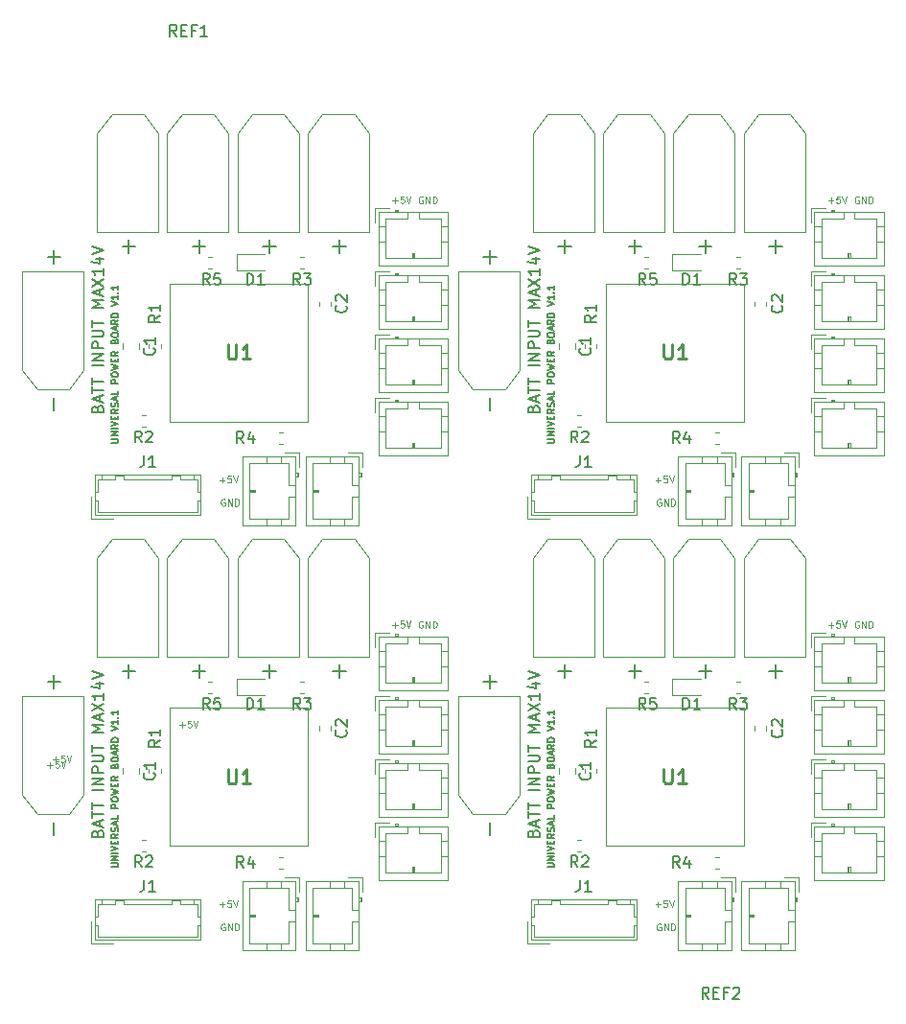
<source format=gbr>
G04 #@! TF.GenerationSoftware,KiCad,Pcbnew,(5.1.2)-1*
G04 #@! TF.CreationDate,2020-06-21T17:40:51+09:00*
G04 #@! TF.ProjectId,universal_power_board,756e6976-6572-4736-916c-5f706f776572,rev?*
G04 #@! TF.SameCoordinates,Original*
G04 #@! TF.FileFunction,Legend,Top*
G04 #@! TF.FilePolarity,Positive*
%FSLAX46Y46*%
G04 Gerber Fmt 4.6, Leading zero omitted, Abs format (unit mm)*
G04 Created by KiCad (PCBNEW (5.1.2)-1) date 2020-06-21 17:40:51*
%MOMM*%
%LPD*%
G04 APERTURE LIST*
%ADD10C,0.100000*%
%ADD11C,0.150000*%
%ADD12C,0.120000*%
%ADD13C,0.254000*%
G04 APERTURE END LIST*
D10*
X168208371Y-144197457D02*
X168665514Y-144197457D01*
X168436942Y-144426028D02*
X168436942Y-143968885D01*
X169236942Y-143826028D02*
X168951228Y-143826028D01*
X168922657Y-144111742D01*
X168951228Y-144083171D01*
X169008371Y-144054600D01*
X169151228Y-144054600D01*
X169208371Y-144083171D01*
X169236942Y-144111742D01*
X169265514Y-144168885D01*
X169265514Y-144311742D01*
X169236942Y-144368885D01*
X169208371Y-144397457D01*
X169151228Y-144426028D01*
X169008371Y-144426028D01*
X168951228Y-144397457D01*
X168922657Y-144368885D01*
X169436942Y-143826028D02*
X169636942Y-144426028D01*
X169836942Y-143826028D01*
X129708371Y-144197457D02*
X130165514Y-144197457D01*
X129936942Y-144426028D02*
X129936942Y-143968885D01*
X130736942Y-143826028D02*
X130451228Y-143826028D01*
X130422657Y-144111742D01*
X130451228Y-144083171D01*
X130508371Y-144054600D01*
X130651228Y-144054600D01*
X130708371Y-144083171D01*
X130736942Y-144111742D01*
X130765514Y-144168885D01*
X130765514Y-144311742D01*
X130736942Y-144368885D01*
X130708371Y-144397457D01*
X130651228Y-144426028D01*
X130508371Y-144426028D01*
X130451228Y-144397457D01*
X130422657Y-144368885D01*
X130936942Y-143826028D02*
X131136942Y-144426028D01*
X131336942Y-143826028D01*
X168208371Y-106697457D02*
X168665514Y-106697457D01*
X168436942Y-106926028D02*
X168436942Y-106468885D01*
X169236942Y-106326028D02*
X168951228Y-106326028D01*
X168922657Y-106611742D01*
X168951228Y-106583171D01*
X169008371Y-106554600D01*
X169151228Y-106554600D01*
X169208371Y-106583171D01*
X169236942Y-106611742D01*
X169265514Y-106668885D01*
X169265514Y-106811742D01*
X169236942Y-106868885D01*
X169208371Y-106897457D01*
X169151228Y-106926028D01*
X169008371Y-106926028D01*
X168951228Y-106897457D01*
X168922657Y-106868885D01*
X169436942Y-106326028D02*
X169636942Y-106926028D01*
X169836942Y-106326028D01*
X186150257Y-119191200D02*
X186093114Y-119162628D01*
X186007400Y-119162628D01*
X185921685Y-119191200D01*
X185864542Y-119248342D01*
X185835971Y-119305485D01*
X185807400Y-119419771D01*
X185807400Y-119505485D01*
X185835971Y-119619771D01*
X185864542Y-119676914D01*
X185921685Y-119734057D01*
X186007400Y-119762628D01*
X186064542Y-119762628D01*
X186150257Y-119734057D01*
X186178828Y-119705485D01*
X186178828Y-119505485D01*
X186064542Y-119505485D01*
X186435971Y-119762628D02*
X186435971Y-119162628D01*
X186778828Y-119762628D01*
X186778828Y-119162628D01*
X187064542Y-119762628D02*
X187064542Y-119162628D01*
X187207400Y-119162628D01*
X187293114Y-119191200D01*
X187350257Y-119248342D01*
X187378828Y-119305485D01*
X187407400Y-119419771D01*
X187407400Y-119505485D01*
X187378828Y-119619771D01*
X187350257Y-119676914D01*
X187293114Y-119734057D01*
X187207400Y-119762628D01*
X187064542Y-119762628D01*
X147650257Y-119191200D02*
X147593114Y-119162628D01*
X147507400Y-119162628D01*
X147421685Y-119191200D01*
X147364542Y-119248342D01*
X147335971Y-119305485D01*
X147307400Y-119419771D01*
X147307400Y-119505485D01*
X147335971Y-119619771D01*
X147364542Y-119676914D01*
X147421685Y-119734057D01*
X147507400Y-119762628D01*
X147564542Y-119762628D01*
X147650257Y-119734057D01*
X147678828Y-119705485D01*
X147678828Y-119505485D01*
X147564542Y-119505485D01*
X147935971Y-119762628D02*
X147935971Y-119162628D01*
X148278828Y-119762628D01*
X148278828Y-119162628D01*
X148564542Y-119762628D02*
X148564542Y-119162628D01*
X148707400Y-119162628D01*
X148793114Y-119191200D01*
X148850257Y-119248342D01*
X148878828Y-119305485D01*
X148907400Y-119419771D01*
X148907400Y-119505485D01*
X148878828Y-119619771D01*
X148850257Y-119676914D01*
X148793114Y-119734057D01*
X148707400Y-119762628D01*
X148564542Y-119762628D01*
X186150257Y-81691200D02*
X186093114Y-81662628D01*
X186007400Y-81662628D01*
X185921685Y-81691200D01*
X185864542Y-81748342D01*
X185835971Y-81805485D01*
X185807400Y-81919771D01*
X185807400Y-82005485D01*
X185835971Y-82119771D01*
X185864542Y-82176914D01*
X185921685Y-82234057D01*
X186007400Y-82262628D01*
X186064542Y-82262628D01*
X186150257Y-82234057D01*
X186178828Y-82205485D01*
X186178828Y-82005485D01*
X186064542Y-82005485D01*
X186435971Y-82262628D02*
X186435971Y-81662628D01*
X186778828Y-82262628D01*
X186778828Y-81662628D01*
X187064542Y-82262628D02*
X187064542Y-81662628D01*
X187207400Y-81662628D01*
X187293114Y-81691200D01*
X187350257Y-81748342D01*
X187378828Y-81805485D01*
X187407400Y-81919771D01*
X187407400Y-82005485D01*
X187378828Y-82119771D01*
X187350257Y-82176914D01*
X187293114Y-82234057D01*
X187207400Y-82262628D01*
X187064542Y-82262628D01*
X183473771Y-119508657D02*
X183930914Y-119508657D01*
X183702342Y-119737228D02*
X183702342Y-119280085D01*
X184502342Y-119137228D02*
X184216628Y-119137228D01*
X184188057Y-119422942D01*
X184216628Y-119394371D01*
X184273771Y-119365800D01*
X184416628Y-119365800D01*
X184473771Y-119394371D01*
X184502342Y-119422942D01*
X184530914Y-119480085D01*
X184530914Y-119622942D01*
X184502342Y-119680085D01*
X184473771Y-119708657D01*
X184416628Y-119737228D01*
X184273771Y-119737228D01*
X184216628Y-119708657D01*
X184188057Y-119680085D01*
X184702342Y-119137228D02*
X184902342Y-119737228D01*
X185102342Y-119137228D01*
X144973771Y-119508657D02*
X145430914Y-119508657D01*
X145202342Y-119737228D02*
X145202342Y-119280085D01*
X146002342Y-119137228D02*
X145716628Y-119137228D01*
X145688057Y-119422942D01*
X145716628Y-119394371D01*
X145773771Y-119365800D01*
X145916628Y-119365800D01*
X145973771Y-119394371D01*
X146002342Y-119422942D01*
X146030914Y-119480085D01*
X146030914Y-119622942D01*
X146002342Y-119680085D01*
X145973771Y-119708657D01*
X145916628Y-119737228D01*
X145773771Y-119737228D01*
X145716628Y-119708657D01*
X145688057Y-119680085D01*
X146202342Y-119137228D02*
X146402342Y-119737228D01*
X146602342Y-119137228D01*
X183473771Y-82008657D02*
X183930914Y-82008657D01*
X183702342Y-82237228D02*
X183702342Y-81780085D01*
X184502342Y-81637228D02*
X184216628Y-81637228D01*
X184188057Y-81922942D01*
X184216628Y-81894371D01*
X184273771Y-81865800D01*
X184416628Y-81865800D01*
X184473771Y-81894371D01*
X184502342Y-81922942D01*
X184530914Y-81980085D01*
X184530914Y-82122942D01*
X184502342Y-82180085D01*
X184473771Y-82208657D01*
X184416628Y-82237228D01*
X184273771Y-82237228D01*
X184216628Y-82208657D01*
X184188057Y-82180085D01*
X184702342Y-81637228D02*
X184902342Y-82237228D01*
X185102342Y-81637228D01*
D11*
X158671428Y-140900000D02*
X159157142Y-140900000D01*
X159214285Y-140871428D01*
X159242857Y-140842857D01*
X159271428Y-140785714D01*
X159271428Y-140671428D01*
X159242857Y-140614285D01*
X159214285Y-140585714D01*
X159157142Y-140557142D01*
X158671428Y-140557142D01*
X159271428Y-140271428D02*
X158671428Y-140271428D01*
X159271428Y-139928571D01*
X158671428Y-139928571D01*
X159271428Y-139642857D02*
X158671428Y-139642857D01*
X158671428Y-139442857D02*
X159271428Y-139242857D01*
X158671428Y-139042857D01*
X158957142Y-138842857D02*
X158957142Y-138642857D01*
X159271428Y-138557142D02*
X159271428Y-138842857D01*
X158671428Y-138842857D01*
X158671428Y-138557142D01*
X159271428Y-137957142D02*
X158985714Y-138157142D01*
X159271428Y-138300000D02*
X158671428Y-138300000D01*
X158671428Y-138071428D01*
X158700000Y-138014285D01*
X158728571Y-137985714D01*
X158785714Y-137957142D01*
X158871428Y-137957142D01*
X158928571Y-137985714D01*
X158957142Y-138014285D01*
X158985714Y-138071428D01*
X158985714Y-138300000D01*
X159242857Y-137728571D02*
X159271428Y-137642857D01*
X159271428Y-137500000D01*
X159242857Y-137442857D01*
X159214285Y-137414285D01*
X159157142Y-137385714D01*
X159100000Y-137385714D01*
X159042857Y-137414285D01*
X159014285Y-137442857D01*
X158985714Y-137500000D01*
X158957142Y-137614285D01*
X158928571Y-137671428D01*
X158900000Y-137700000D01*
X158842857Y-137728571D01*
X158785714Y-137728571D01*
X158728571Y-137700000D01*
X158700000Y-137671428D01*
X158671428Y-137614285D01*
X158671428Y-137471428D01*
X158700000Y-137385714D01*
X159100000Y-137157142D02*
X159100000Y-136871428D01*
X159271428Y-137214285D02*
X158671428Y-137014285D01*
X159271428Y-136814285D01*
X159271428Y-136328571D02*
X159271428Y-136614285D01*
X158671428Y-136614285D01*
X159271428Y-135671428D02*
X158671428Y-135671428D01*
X158671428Y-135442857D01*
X158700000Y-135385714D01*
X158728571Y-135357142D01*
X158785714Y-135328571D01*
X158871428Y-135328571D01*
X158928571Y-135357142D01*
X158957142Y-135385714D01*
X158985714Y-135442857D01*
X158985714Y-135671428D01*
X158671428Y-134957142D02*
X158671428Y-134842857D01*
X158700000Y-134785714D01*
X158757142Y-134728571D01*
X158871428Y-134700000D01*
X159071428Y-134700000D01*
X159185714Y-134728571D01*
X159242857Y-134785714D01*
X159271428Y-134842857D01*
X159271428Y-134957142D01*
X159242857Y-135014285D01*
X159185714Y-135071428D01*
X159071428Y-135100000D01*
X158871428Y-135100000D01*
X158757142Y-135071428D01*
X158700000Y-135014285D01*
X158671428Y-134957142D01*
X158671428Y-134500000D02*
X159271428Y-134357142D01*
X158842857Y-134242857D01*
X159271428Y-134128571D01*
X158671428Y-133985714D01*
X158957142Y-133757142D02*
X158957142Y-133557142D01*
X159271428Y-133471428D02*
X159271428Y-133757142D01*
X158671428Y-133757142D01*
X158671428Y-133471428D01*
X159271428Y-132871428D02*
X158985714Y-133071428D01*
X159271428Y-133214285D02*
X158671428Y-133214285D01*
X158671428Y-132985714D01*
X158700000Y-132928571D01*
X158728571Y-132900000D01*
X158785714Y-132871428D01*
X158871428Y-132871428D01*
X158928571Y-132900000D01*
X158957142Y-132928571D01*
X158985714Y-132985714D01*
X158985714Y-133214285D01*
X158957142Y-131957142D02*
X158985714Y-131871428D01*
X159014285Y-131842857D01*
X159071428Y-131814285D01*
X159157142Y-131814285D01*
X159214285Y-131842857D01*
X159242857Y-131871428D01*
X159271428Y-131928571D01*
X159271428Y-132157142D01*
X158671428Y-132157142D01*
X158671428Y-131957142D01*
X158700000Y-131900000D01*
X158728571Y-131871428D01*
X158785714Y-131842857D01*
X158842857Y-131842857D01*
X158900000Y-131871428D01*
X158928571Y-131900000D01*
X158957142Y-131957142D01*
X158957142Y-132157142D01*
X158671428Y-131442857D02*
X158671428Y-131328571D01*
X158700000Y-131271428D01*
X158757142Y-131214285D01*
X158871428Y-131185714D01*
X159071428Y-131185714D01*
X159185714Y-131214285D01*
X159242857Y-131271428D01*
X159271428Y-131328571D01*
X159271428Y-131442857D01*
X159242857Y-131500000D01*
X159185714Y-131557142D01*
X159071428Y-131585714D01*
X158871428Y-131585714D01*
X158757142Y-131557142D01*
X158700000Y-131500000D01*
X158671428Y-131442857D01*
X159100000Y-130957142D02*
X159100000Y-130671428D01*
X159271428Y-131014285D02*
X158671428Y-130814285D01*
X159271428Y-130614285D01*
X159271428Y-130071428D02*
X158985714Y-130271428D01*
X159271428Y-130414285D02*
X158671428Y-130414285D01*
X158671428Y-130185714D01*
X158700000Y-130128571D01*
X158728571Y-130100000D01*
X158785714Y-130071428D01*
X158871428Y-130071428D01*
X158928571Y-130100000D01*
X158957142Y-130128571D01*
X158985714Y-130185714D01*
X158985714Y-130414285D01*
X159271428Y-129814285D02*
X158671428Y-129814285D01*
X158671428Y-129671428D01*
X158700000Y-129585714D01*
X158757142Y-129528571D01*
X158814285Y-129500000D01*
X158928571Y-129471428D01*
X159014285Y-129471428D01*
X159128571Y-129500000D01*
X159185714Y-129528571D01*
X159242857Y-129585714D01*
X159271428Y-129671428D01*
X159271428Y-129814285D01*
X158671428Y-128842857D02*
X159271428Y-128642857D01*
X158671428Y-128442857D01*
X159271428Y-127928571D02*
X159271428Y-128271428D01*
X159271428Y-128100000D02*
X158671428Y-128100000D01*
X158757142Y-128157142D01*
X158814285Y-128214285D01*
X158842857Y-128271428D01*
X159214285Y-127671428D02*
X159242857Y-127642857D01*
X159271428Y-127671428D01*
X159242857Y-127700000D01*
X159214285Y-127671428D01*
X159271428Y-127671428D01*
X159271428Y-127071428D02*
X159271428Y-127414285D01*
X159271428Y-127242857D02*
X158671428Y-127242857D01*
X158757142Y-127300000D01*
X158814285Y-127357142D01*
X158842857Y-127414285D01*
X120171428Y-140900000D02*
X120657142Y-140900000D01*
X120714285Y-140871428D01*
X120742857Y-140842857D01*
X120771428Y-140785714D01*
X120771428Y-140671428D01*
X120742857Y-140614285D01*
X120714285Y-140585714D01*
X120657142Y-140557142D01*
X120171428Y-140557142D01*
X120771428Y-140271428D02*
X120171428Y-140271428D01*
X120771428Y-139928571D01*
X120171428Y-139928571D01*
X120771428Y-139642857D02*
X120171428Y-139642857D01*
X120171428Y-139442857D02*
X120771428Y-139242857D01*
X120171428Y-139042857D01*
X120457142Y-138842857D02*
X120457142Y-138642857D01*
X120771428Y-138557142D02*
X120771428Y-138842857D01*
X120171428Y-138842857D01*
X120171428Y-138557142D01*
X120771428Y-137957142D02*
X120485714Y-138157142D01*
X120771428Y-138300000D02*
X120171428Y-138300000D01*
X120171428Y-138071428D01*
X120200000Y-138014285D01*
X120228571Y-137985714D01*
X120285714Y-137957142D01*
X120371428Y-137957142D01*
X120428571Y-137985714D01*
X120457142Y-138014285D01*
X120485714Y-138071428D01*
X120485714Y-138300000D01*
X120742857Y-137728571D02*
X120771428Y-137642857D01*
X120771428Y-137500000D01*
X120742857Y-137442857D01*
X120714285Y-137414285D01*
X120657142Y-137385714D01*
X120600000Y-137385714D01*
X120542857Y-137414285D01*
X120514285Y-137442857D01*
X120485714Y-137500000D01*
X120457142Y-137614285D01*
X120428571Y-137671428D01*
X120400000Y-137700000D01*
X120342857Y-137728571D01*
X120285714Y-137728571D01*
X120228571Y-137700000D01*
X120200000Y-137671428D01*
X120171428Y-137614285D01*
X120171428Y-137471428D01*
X120200000Y-137385714D01*
X120600000Y-137157142D02*
X120600000Y-136871428D01*
X120771428Y-137214285D02*
X120171428Y-137014285D01*
X120771428Y-136814285D01*
X120771428Y-136328571D02*
X120771428Y-136614285D01*
X120171428Y-136614285D01*
X120771428Y-135671428D02*
X120171428Y-135671428D01*
X120171428Y-135442857D01*
X120200000Y-135385714D01*
X120228571Y-135357142D01*
X120285714Y-135328571D01*
X120371428Y-135328571D01*
X120428571Y-135357142D01*
X120457142Y-135385714D01*
X120485714Y-135442857D01*
X120485714Y-135671428D01*
X120171428Y-134957142D02*
X120171428Y-134842857D01*
X120200000Y-134785714D01*
X120257142Y-134728571D01*
X120371428Y-134700000D01*
X120571428Y-134700000D01*
X120685714Y-134728571D01*
X120742857Y-134785714D01*
X120771428Y-134842857D01*
X120771428Y-134957142D01*
X120742857Y-135014285D01*
X120685714Y-135071428D01*
X120571428Y-135100000D01*
X120371428Y-135100000D01*
X120257142Y-135071428D01*
X120200000Y-135014285D01*
X120171428Y-134957142D01*
X120171428Y-134500000D02*
X120771428Y-134357142D01*
X120342857Y-134242857D01*
X120771428Y-134128571D01*
X120171428Y-133985714D01*
X120457142Y-133757142D02*
X120457142Y-133557142D01*
X120771428Y-133471428D02*
X120771428Y-133757142D01*
X120171428Y-133757142D01*
X120171428Y-133471428D01*
X120771428Y-132871428D02*
X120485714Y-133071428D01*
X120771428Y-133214285D02*
X120171428Y-133214285D01*
X120171428Y-132985714D01*
X120200000Y-132928571D01*
X120228571Y-132900000D01*
X120285714Y-132871428D01*
X120371428Y-132871428D01*
X120428571Y-132900000D01*
X120457142Y-132928571D01*
X120485714Y-132985714D01*
X120485714Y-133214285D01*
X120457142Y-131957142D02*
X120485714Y-131871428D01*
X120514285Y-131842857D01*
X120571428Y-131814285D01*
X120657142Y-131814285D01*
X120714285Y-131842857D01*
X120742857Y-131871428D01*
X120771428Y-131928571D01*
X120771428Y-132157142D01*
X120171428Y-132157142D01*
X120171428Y-131957142D01*
X120200000Y-131900000D01*
X120228571Y-131871428D01*
X120285714Y-131842857D01*
X120342857Y-131842857D01*
X120400000Y-131871428D01*
X120428571Y-131900000D01*
X120457142Y-131957142D01*
X120457142Y-132157142D01*
X120171428Y-131442857D02*
X120171428Y-131328571D01*
X120200000Y-131271428D01*
X120257142Y-131214285D01*
X120371428Y-131185714D01*
X120571428Y-131185714D01*
X120685714Y-131214285D01*
X120742857Y-131271428D01*
X120771428Y-131328571D01*
X120771428Y-131442857D01*
X120742857Y-131500000D01*
X120685714Y-131557142D01*
X120571428Y-131585714D01*
X120371428Y-131585714D01*
X120257142Y-131557142D01*
X120200000Y-131500000D01*
X120171428Y-131442857D01*
X120600000Y-130957142D02*
X120600000Y-130671428D01*
X120771428Y-131014285D02*
X120171428Y-130814285D01*
X120771428Y-130614285D01*
X120771428Y-130071428D02*
X120485714Y-130271428D01*
X120771428Y-130414285D02*
X120171428Y-130414285D01*
X120171428Y-130185714D01*
X120200000Y-130128571D01*
X120228571Y-130100000D01*
X120285714Y-130071428D01*
X120371428Y-130071428D01*
X120428571Y-130100000D01*
X120457142Y-130128571D01*
X120485714Y-130185714D01*
X120485714Y-130414285D01*
X120771428Y-129814285D02*
X120171428Y-129814285D01*
X120171428Y-129671428D01*
X120200000Y-129585714D01*
X120257142Y-129528571D01*
X120314285Y-129500000D01*
X120428571Y-129471428D01*
X120514285Y-129471428D01*
X120628571Y-129500000D01*
X120685714Y-129528571D01*
X120742857Y-129585714D01*
X120771428Y-129671428D01*
X120771428Y-129814285D01*
X120171428Y-128842857D02*
X120771428Y-128642857D01*
X120171428Y-128442857D01*
X120771428Y-127928571D02*
X120771428Y-128271428D01*
X120771428Y-128100000D02*
X120171428Y-128100000D01*
X120257142Y-128157142D01*
X120314285Y-128214285D01*
X120342857Y-128271428D01*
X120714285Y-127671428D02*
X120742857Y-127642857D01*
X120771428Y-127671428D01*
X120742857Y-127700000D01*
X120714285Y-127671428D01*
X120771428Y-127671428D01*
X120771428Y-127071428D02*
X120771428Y-127414285D01*
X120771428Y-127242857D02*
X120171428Y-127242857D01*
X120257142Y-127300000D01*
X120314285Y-127357142D01*
X120342857Y-127414285D01*
X158671428Y-103400000D02*
X159157142Y-103400000D01*
X159214285Y-103371428D01*
X159242857Y-103342857D01*
X159271428Y-103285714D01*
X159271428Y-103171428D01*
X159242857Y-103114285D01*
X159214285Y-103085714D01*
X159157142Y-103057142D01*
X158671428Y-103057142D01*
X159271428Y-102771428D02*
X158671428Y-102771428D01*
X159271428Y-102428571D01*
X158671428Y-102428571D01*
X159271428Y-102142857D02*
X158671428Y-102142857D01*
X158671428Y-101942857D02*
X159271428Y-101742857D01*
X158671428Y-101542857D01*
X158957142Y-101342857D02*
X158957142Y-101142857D01*
X159271428Y-101057142D02*
X159271428Y-101342857D01*
X158671428Y-101342857D01*
X158671428Y-101057142D01*
X159271428Y-100457142D02*
X158985714Y-100657142D01*
X159271428Y-100800000D02*
X158671428Y-100800000D01*
X158671428Y-100571428D01*
X158700000Y-100514285D01*
X158728571Y-100485714D01*
X158785714Y-100457142D01*
X158871428Y-100457142D01*
X158928571Y-100485714D01*
X158957142Y-100514285D01*
X158985714Y-100571428D01*
X158985714Y-100800000D01*
X159242857Y-100228571D02*
X159271428Y-100142857D01*
X159271428Y-100000000D01*
X159242857Y-99942857D01*
X159214285Y-99914285D01*
X159157142Y-99885714D01*
X159100000Y-99885714D01*
X159042857Y-99914285D01*
X159014285Y-99942857D01*
X158985714Y-100000000D01*
X158957142Y-100114285D01*
X158928571Y-100171428D01*
X158900000Y-100200000D01*
X158842857Y-100228571D01*
X158785714Y-100228571D01*
X158728571Y-100200000D01*
X158700000Y-100171428D01*
X158671428Y-100114285D01*
X158671428Y-99971428D01*
X158700000Y-99885714D01*
X159100000Y-99657142D02*
X159100000Y-99371428D01*
X159271428Y-99714285D02*
X158671428Y-99514285D01*
X159271428Y-99314285D01*
X159271428Y-98828571D02*
X159271428Y-99114285D01*
X158671428Y-99114285D01*
X159271428Y-98171428D02*
X158671428Y-98171428D01*
X158671428Y-97942857D01*
X158700000Y-97885714D01*
X158728571Y-97857142D01*
X158785714Y-97828571D01*
X158871428Y-97828571D01*
X158928571Y-97857142D01*
X158957142Y-97885714D01*
X158985714Y-97942857D01*
X158985714Y-98171428D01*
X158671428Y-97457142D02*
X158671428Y-97342857D01*
X158700000Y-97285714D01*
X158757142Y-97228571D01*
X158871428Y-97200000D01*
X159071428Y-97200000D01*
X159185714Y-97228571D01*
X159242857Y-97285714D01*
X159271428Y-97342857D01*
X159271428Y-97457142D01*
X159242857Y-97514285D01*
X159185714Y-97571428D01*
X159071428Y-97600000D01*
X158871428Y-97600000D01*
X158757142Y-97571428D01*
X158700000Y-97514285D01*
X158671428Y-97457142D01*
X158671428Y-97000000D02*
X159271428Y-96857142D01*
X158842857Y-96742857D01*
X159271428Y-96628571D01*
X158671428Y-96485714D01*
X158957142Y-96257142D02*
X158957142Y-96057142D01*
X159271428Y-95971428D02*
X159271428Y-96257142D01*
X158671428Y-96257142D01*
X158671428Y-95971428D01*
X159271428Y-95371428D02*
X158985714Y-95571428D01*
X159271428Y-95714285D02*
X158671428Y-95714285D01*
X158671428Y-95485714D01*
X158700000Y-95428571D01*
X158728571Y-95400000D01*
X158785714Y-95371428D01*
X158871428Y-95371428D01*
X158928571Y-95400000D01*
X158957142Y-95428571D01*
X158985714Y-95485714D01*
X158985714Y-95714285D01*
X158957142Y-94457142D02*
X158985714Y-94371428D01*
X159014285Y-94342857D01*
X159071428Y-94314285D01*
X159157142Y-94314285D01*
X159214285Y-94342857D01*
X159242857Y-94371428D01*
X159271428Y-94428571D01*
X159271428Y-94657142D01*
X158671428Y-94657142D01*
X158671428Y-94457142D01*
X158700000Y-94400000D01*
X158728571Y-94371428D01*
X158785714Y-94342857D01*
X158842857Y-94342857D01*
X158900000Y-94371428D01*
X158928571Y-94400000D01*
X158957142Y-94457142D01*
X158957142Y-94657142D01*
X158671428Y-93942857D02*
X158671428Y-93828571D01*
X158700000Y-93771428D01*
X158757142Y-93714285D01*
X158871428Y-93685714D01*
X159071428Y-93685714D01*
X159185714Y-93714285D01*
X159242857Y-93771428D01*
X159271428Y-93828571D01*
X159271428Y-93942857D01*
X159242857Y-94000000D01*
X159185714Y-94057142D01*
X159071428Y-94085714D01*
X158871428Y-94085714D01*
X158757142Y-94057142D01*
X158700000Y-94000000D01*
X158671428Y-93942857D01*
X159100000Y-93457142D02*
X159100000Y-93171428D01*
X159271428Y-93514285D02*
X158671428Y-93314285D01*
X159271428Y-93114285D01*
X159271428Y-92571428D02*
X158985714Y-92771428D01*
X159271428Y-92914285D02*
X158671428Y-92914285D01*
X158671428Y-92685714D01*
X158700000Y-92628571D01*
X158728571Y-92600000D01*
X158785714Y-92571428D01*
X158871428Y-92571428D01*
X158928571Y-92600000D01*
X158957142Y-92628571D01*
X158985714Y-92685714D01*
X158985714Y-92914285D01*
X159271428Y-92314285D02*
X158671428Y-92314285D01*
X158671428Y-92171428D01*
X158700000Y-92085714D01*
X158757142Y-92028571D01*
X158814285Y-92000000D01*
X158928571Y-91971428D01*
X159014285Y-91971428D01*
X159128571Y-92000000D01*
X159185714Y-92028571D01*
X159242857Y-92085714D01*
X159271428Y-92171428D01*
X159271428Y-92314285D01*
X158671428Y-91342857D02*
X159271428Y-91142857D01*
X158671428Y-90942857D01*
X159271428Y-90428571D02*
X159271428Y-90771428D01*
X159271428Y-90600000D02*
X158671428Y-90600000D01*
X158757142Y-90657142D01*
X158814285Y-90714285D01*
X158842857Y-90771428D01*
X159214285Y-90171428D02*
X159242857Y-90142857D01*
X159271428Y-90171428D01*
X159242857Y-90200000D01*
X159214285Y-90171428D01*
X159271428Y-90171428D01*
X159271428Y-89571428D02*
X159271428Y-89914285D01*
X159271428Y-89742857D02*
X158671428Y-89742857D01*
X158757142Y-89800000D01*
X158814285Y-89857142D01*
X158842857Y-89914285D01*
D10*
X168675057Y-145912000D02*
X168617914Y-145883428D01*
X168532200Y-145883428D01*
X168446485Y-145912000D01*
X168389342Y-145969142D01*
X168360771Y-146026285D01*
X168332200Y-146140571D01*
X168332200Y-146226285D01*
X168360771Y-146340571D01*
X168389342Y-146397714D01*
X168446485Y-146454857D01*
X168532200Y-146483428D01*
X168589342Y-146483428D01*
X168675057Y-146454857D01*
X168703628Y-146426285D01*
X168703628Y-146226285D01*
X168589342Y-146226285D01*
X168960771Y-146483428D02*
X168960771Y-145883428D01*
X169303628Y-146483428D01*
X169303628Y-145883428D01*
X169589342Y-146483428D02*
X169589342Y-145883428D01*
X169732200Y-145883428D01*
X169817914Y-145912000D01*
X169875057Y-145969142D01*
X169903628Y-146026285D01*
X169932200Y-146140571D01*
X169932200Y-146226285D01*
X169903628Y-146340571D01*
X169875057Y-146397714D01*
X169817914Y-146454857D01*
X169732200Y-146483428D01*
X169589342Y-146483428D01*
X130175057Y-145912000D02*
X130117914Y-145883428D01*
X130032200Y-145883428D01*
X129946485Y-145912000D01*
X129889342Y-145969142D01*
X129860771Y-146026285D01*
X129832200Y-146140571D01*
X129832200Y-146226285D01*
X129860771Y-146340571D01*
X129889342Y-146397714D01*
X129946485Y-146454857D01*
X130032200Y-146483428D01*
X130089342Y-146483428D01*
X130175057Y-146454857D01*
X130203628Y-146426285D01*
X130203628Y-146226285D01*
X130089342Y-146226285D01*
X130460771Y-146483428D02*
X130460771Y-145883428D01*
X130803628Y-146483428D01*
X130803628Y-145883428D01*
X131089342Y-146483428D02*
X131089342Y-145883428D01*
X131232200Y-145883428D01*
X131317914Y-145912000D01*
X131375057Y-145969142D01*
X131403628Y-146026285D01*
X131432200Y-146140571D01*
X131432200Y-146226285D01*
X131403628Y-146340571D01*
X131375057Y-146397714D01*
X131317914Y-146454857D01*
X131232200Y-146483428D01*
X131089342Y-146483428D01*
X168675057Y-108412000D02*
X168617914Y-108383428D01*
X168532200Y-108383428D01*
X168446485Y-108412000D01*
X168389342Y-108469142D01*
X168360771Y-108526285D01*
X168332200Y-108640571D01*
X168332200Y-108726285D01*
X168360771Y-108840571D01*
X168389342Y-108897714D01*
X168446485Y-108954857D01*
X168532200Y-108983428D01*
X168589342Y-108983428D01*
X168675057Y-108954857D01*
X168703628Y-108926285D01*
X168703628Y-108726285D01*
X168589342Y-108726285D01*
X168960771Y-108983428D02*
X168960771Y-108383428D01*
X169303628Y-108983428D01*
X169303628Y-108383428D01*
X169589342Y-108983428D02*
X169589342Y-108383428D01*
X169732200Y-108383428D01*
X169817914Y-108412000D01*
X169875057Y-108469142D01*
X169903628Y-108526285D01*
X169932200Y-108640571D01*
X169932200Y-108726285D01*
X169903628Y-108840571D01*
X169875057Y-108897714D01*
X169817914Y-108954857D01*
X169732200Y-108983428D01*
X169589342Y-108983428D01*
X147650257Y-81691200D02*
X147593114Y-81662628D01*
X147507400Y-81662628D01*
X147421685Y-81691200D01*
X147364542Y-81748342D01*
X147335971Y-81805485D01*
X147307400Y-81919771D01*
X147307400Y-82005485D01*
X147335971Y-82119771D01*
X147364542Y-82176914D01*
X147421685Y-82234057D01*
X147507400Y-82262628D01*
X147564542Y-82262628D01*
X147650257Y-82234057D01*
X147678828Y-82205485D01*
X147678828Y-82005485D01*
X147564542Y-82005485D01*
X147935971Y-82262628D02*
X147935971Y-81662628D01*
X148278828Y-82262628D01*
X148278828Y-81662628D01*
X148564542Y-82262628D02*
X148564542Y-81662628D01*
X148707400Y-81662628D01*
X148793114Y-81691200D01*
X148850257Y-81748342D01*
X148878828Y-81805485D01*
X148907400Y-81919771D01*
X148907400Y-82005485D01*
X148878828Y-82119771D01*
X148850257Y-82176914D01*
X148793114Y-82234057D01*
X148707400Y-82262628D01*
X148564542Y-82262628D01*
X114488571Y-131894857D02*
X114945714Y-131894857D01*
X114717142Y-132123428D02*
X114717142Y-131666285D01*
X115517142Y-131523428D02*
X115231428Y-131523428D01*
X115202857Y-131809142D01*
X115231428Y-131780571D01*
X115288571Y-131752000D01*
X115431428Y-131752000D01*
X115488571Y-131780571D01*
X115517142Y-131809142D01*
X115545714Y-131866285D01*
X115545714Y-132009142D01*
X115517142Y-132066285D01*
X115488571Y-132094857D01*
X115431428Y-132123428D01*
X115288571Y-132123428D01*
X115231428Y-132094857D01*
X115202857Y-132066285D01*
X115717142Y-131523428D02*
X115917142Y-132123428D01*
X116117142Y-131523428D01*
X126172571Y-128338857D02*
X126629714Y-128338857D01*
X126401142Y-128567428D02*
X126401142Y-128110285D01*
X127201142Y-127967428D02*
X126915428Y-127967428D01*
X126886857Y-128253142D01*
X126915428Y-128224571D01*
X126972571Y-128196000D01*
X127115428Y-128196000D01*
X127172571Y-128224571D01*
X127201142Y-128253142D01*
X127229714Y-128310285D01*
X127229714Y-128453142D01*
X127201142Y-128510285D01*
X127172571Y-128538857D01*
X127115428Y-128567428D01*
X126972571Y-128567428D01*
X126915428Y-128538857D01*
X126886857Y-128510285D01*
X127401142Y-127967428D02*
X127601142Y-128567428D01*
X127801142Y-127967428D01*
X114996571Y-131386857D02*
X115453714Y-131386857D01*
X115225142Y-131615428D02*
X115225142Y-131158285D01*
X116025142Y-131015428D02*
X115739428Y-131015428D01*
X115710857Y-131301142D01*
X115739428Y-131272571D01*
X115796571Y-131244000D01*
X115939428Y-131244000D01*
X115996571Y-131272571D01*
X116025142Y-131301142D01*
X116053714Y-131358285D01*
X116053714Y-131501142D01*
X116025142Y-131558285D01*
X115996571Y-131586857D01*
X115939428Y-131615428D01*
X115796571Y-131615428D01*
X115739428Y-131586857D01*
X115710857Y-131558285D01*
X116225142Y-131015428D02*
X116425142Y-131615428D01*
X116625142Y-131015428D01*
X144973771Y-82008657D02*
X145430914Y-82008657D01*
X145202342Y-82237228D02*
X145202342Y-81780085D01*
X146002342Y-81637228D02*
X145716628Y-81637228D01*
X145688057Y-81922942D01*
X145716628Y-81894371D01*
X145773771Y-81865800D01*
X145916628Y-81865800D01*
X145973771Y-81894371D01*
X146002342Y-81922942D01*
X146030914Y-81980085D01*
X146030914Y-82122942D01*
X146002342Y-82180085D01*
X145973771Y-82208657D01*
X145916628Y-82237228D01*
X145773771Y-82237228D01*
X145716628Y-82208657D01*
X145688057Y-82180085D01*
X146202342Y-81637228D02*
X146402342Y-82237228D01*
X146602342Y-81637228D01*
D11*
X120171428Y-103400000D02*
X120657142Y-103400000D01*
X120714285Y-103371428D01*
X120742857Y-103342857D01*
X120771428Y-103285714D01*
X120771428Y-103171428D01*
X120742857Y-103114285D01*
X120714285Y-103085714D01*
X120657142Y-103057142D01*
X120171428Y-103057142D01*
X120771428Y-102771428D02*
X120171428Y-102771428D01*
X120771428Y-102428571D01*
X120171428Y-102428571D01*
X120771428Y-102142857D02*
X120171428Y-102142857D01*
X120171428Y-101942857D02*
X120771428Y-101742857D01*
X120171428Y-101542857D01*
X120457142Y-101342857D02*
X120457142Y-101142857D01*
X120771428Y-101057142D02*
X120771428Y-101342857D01*
X120171428Y-101342857D01*
X120171428Y-101057142D01*
X120771428Y-100457142D02*
X120485714Y-100657142D01*
X120771428Y-100800000D02*
X120171428Y-100800000D01*
X120171428Y-100571428D01*
X120200000Y-100514285D01*
X120228571Y-100485714D01*
X120285714Y-100457142D01*
X120371428Y-100457142D01*
X120428571Y-100485714D01*
X120457142Y-100514285D01*
X120485714Y-100571428D01*
X120485714Y-100800000D01*
X120742857Y-100228571D02*
X120771428Y-100142857D01*
X120771428Y-100000000D01*
X120742857Y-99942857D01*
X120714285Y-99914285D01*
X120657142Y-99885714D01*
X120600000Y-99885714D01*
X120542857Y-99914285D01*
X120514285Y-99942857D01*
X120485714Y-100000000D01*
X120457142Y-100114285D01*
X120428571Y-100171428D01*
X120400000Y-100200000D01*
X120342857Y-100228571D01*
X120285714Y-100228571D01*
X120228571Y-100200000D01*
X120200000Y-100171428D01*
X120171428Y-100114285D01*
X120171428Y-99971428D01*
X120200000Y-99885714D01*
X120600000Y-99657142D02*
X120600000Y-99371428D01*
X120771428Y-99714285D02*
X120171428Y-99514285D01*
X120771428Y-99314285D01*
X120771428Y-98828571D02*
X120771428Y-99114285D01*
X120171428Y-99114285D01*
X120771428Y-98171428D02*
X120171428Y-98171428D01*
X120171428Y-97942857D01*
X120200000Y-97885714D01*
X120228571Y-97857142D01*
X120285714Y-97828571D01*
X120371428Y-97828571D01*
X120428571Y-97857142D01*
X120457142Y-97885714D01*
X120485714Y-97942857D01*
X120485714Y-98171428D01*
X120171428Y-97457142D02*
X120171428Y-97342857D01*
X120200000Y-97285714D01*
X120257142Y-97228571D01*
X120371428Y-97200000D01*
X120571428Y-97200000D01*
X120685714Y-97228571D01*
X120742857Y-97285714D01*
X120771428Y-97342857D01*
X120771428Y-97457142D01*
X120742857Y-97514285D01*
X120685714Y-97571428D01*
X120571428Y-97600000D01*
X120371428Y-97600000D01*
X120257142Y-97571428D01*
X120200000Y-97514285D01*
X120171428Y-97457142D01*
X120171428Y-97000000D02*
X120771428Y-96857142D01*
X120342857Y-96742857D01*
X120771428Y-96628571D01*
X120171428Y-96485714D01*
X120457142Y-96257142D02*
X120457142Y-96057142D01*
X120771428Y-95971428D02*
X120771428Y-96257142D01*
X120171428Y-96257142D01*
X120171428Y-95971428D01*
X120771428Y-95371428D02*
X120485714Y-95571428D01*
X120771428Y-95714285D02*
X120171428Y-95714285D01*
X120171428Y-95485714D01*
X120200000Y-95428571D01*
X120228571Y-95400000D01*
X120285714Y-95371428D01*
X120371428Y-95371428D01*
X120428571Y-95400000D01*
X120457142Y-95428571D01*
X120485714Y-95485714D01*
X120485714Y-95714285D01*
X120457142Y-94457142D02*
X120485714Y-94371428D01*
X120514285Y-94342857D01*
X120571428Y-94314285D01*
X120657142Y-94314285D01*
X120714285Y-94342857D01*
X120742857Y-94371428D01*
X120771428Y-94428571D01*
X120771428Y-94657142D01*
X120171428Y-94657142D01*
X120171428Y-94457142D01*
X120200000Y-94400000D01*
X120228571Y-94371428D01*
X120285714Y-94342857D01*
X120342857Y-94342857D01*
X120400000Y-94371428D01*
X120428571Y-94400000D01*
X120457142Y-94457142D01*
X120457142Y-94657142D01*
X120171428Y-93942857D02*
X120171428Y-93828571D01*
X120200000Y-93771428D01*
X120257142Y-93714285D01*
X120371428Y-93685714D01*
X120571428Y-93685714D01*
X120685714Y-93714285D01*
X120742857Y-93771428D01*
X120771428Y-93828571D01*
X120771428Y-93942857D01*
X120742857Y-94000000D01*
X120685714Y-94057142D01*
X120571428Y-94085714D01*
X120371428Y-94085714D01*
X120257142Y-94057142D01*
X120200000Y-94000000D01*
X120171428Y-93942857D01*
X120600000Y-93457142D02*
X120600000Y-93171428D01*
X120771428Y-93514285D02*
X120171428Y-93314285D01*
X120771428Y-93114285D01*
X120771428Y-92571428D02*
X120485714Y-92771428D01*
X120771428Y-92914285D02*
X120171428Y-92914285D01*
X120171428Y-92685714D01*
X120200000Y-92628571D01*
X120228571Y-92600000D01*
X120285714Y-92571428D01*
X120371428Y-92571428D01*
X120428571Y-92600000D01*
X120457142Y-92628571D01*
X120485714Y-92685714D01*
X120485714Y-92914285D01*
X120771428Y-92314285D02*
X120171428Y-92314285D01*
X120171428Y-92171428D01*
X120200000Y-92085714D01*
X120257142Y-92028571D01*
X120314285Y-92000000D01*
X120428571Y-91971428D01*
X120514285Y-91971428D01*
X120628571Y-92000000D01*
X120685714Y-92028571D01*
X120742857Y-92085714D01*
X120771428Y-92171428D01*
X120771428Y-92314285D01*
X120171428Y-91342857D02*
X120771428Y-91142857D01*
X120171428Y-90942857D01*
X120771428Y-90428571D02*
X120771428Y-90771428D01*
X120771428Y-90600000D02*
X120171428Y-90600000D01*
X120257142Y-90657142D01*
X120314285Y-90714285D01*
X120342857Y-90771428D01*
X120714285Y-90171428D02*
X120742857Y-90142857D01*
X120771428Y-90171428D01*
X120742857Y-90200000D01*
X120714285Y-90171428D01*
X120771428Y-90171428D01*
X120771428Y-89571428D02*
X120771428Y-89914285D01*
X120771428Y-89742857D02*
X120171428Y-89742857D01*
X120257142Y-89800000D01*
X120314285Y-89857142D01*
X120342857Y-89914285D01*
D10*
X130175057Y-108412000D02*
X130117914Y-108383428D01*
X130032200Y-108383428D01*
X129946485Y-108412000D01*
X129889342Y-108469142D01*
X129860771Y-108526285D01*
X129832200Y-108640571D01*
X129832200Y-108726285D01*
X129860771Y-108840571D01*
X129889342Y-108897714D01*
X129946485Y-108954857D01*
X130032200Y-108983428D01*
X130089342Y-108983428D01*
X130175057Y-108954857D01*
X130203628Y-108926285D01*
X130203628Y-108726285D01*
X130089342Y-108726285D01*
X130460771Y-108983428D02*
X130460771Y-108383428D01*
X130803628Y-108983428D01*
X130803628Y-108383428D01*
X131089342Y-108983428D02*
X131089342Y-108383428D01*
X131232200Y-108383428D01*
X131317914Y-108412000D01*
X131375057Y-108469142D01*
X131403628Y-108526285D01*
X131432200Y-108640571D01*
X131432200Y-108726285D01*
X131403628Y-108840571D01*
X131375057Y-108897714D01*
X131317914Y-108954857D01*
X131232200Y-108983428D01*
X131089342Y-108983428D01*
X129708371Y-106697457D02*
X130165514Y-106697457D01*
X129936942Y-106926028D02*
X129936942Y-106468885D01*
X130736942Y-106326028D02*
X130451228Y-106326028D01*
X130422657Y-106611742D01*
X130451228Y-106583171D01*
X130508371Y-106554600D01*
X130651228Y-106554600D01*
X130708371Y-106583171D01*
X130736942Y-106611742D01*
X130765514Y-106668885D01*
X130765514Y-106811742D01*
X130736942Y-106868885D01*
X130708371Y-106897457D01*
X130651228Y-106926028D01*
X130508371Y-106926028D01*
X130451228Y-106897457D01*
X130422657Y-106868885D01*
X130936942Y-106326028D02*
X131136942Y-106926028D01*
X131336942Y-106326028D01*
D12*
X174930000Y-142120000D02*
X170210000Y-142120000D01*
X170210000Y-142120000D02*
X170210000Y-148240000D01*
X170210000Y-148240000D02*
X174930000Y-148240000D01*
X174930000Y-148240000D02*
X174930000Y-142120000D01*
X174930000Y-143880000D02*
X175130000Y-143880000D01*
X175130000Y-143880000D02*
X175130000Y-143580000D01*
X175130000Y-143580000D02*
X174930000Y-143580000D01*
X175030000Y-143880000D02*
X175030000Y-143580000D01*
X174930000Y-144680000D02*
X174320000Y-144680000D01*
X174320000Y-144680000D02*
X174320000Y-142730000D01*
X174320000Y-142730000D02*
X170820000Y-142730000D01*
X170820000Y-142730000D02*
X170820000Y-147630000D01*
X170820000Y-147630000D02*
X174320000Y-147630000D01*
X174320000Y-147630000D02*
X174320000Y-145680000D01*
X174320000Y-145680000D02*
X174930000Y-145680000D01*
X173620000Y-142120000D02*
X173620000Y-142730000D01*
X172320000Y-142120000D02*
X172320000Y-142730000D01*
X173620000Y-148240000D02*
X173620000Y-147630000D01*
X172320000Y-148240000D02*
X172320000Y-147630000D01*
X170820000Y-145080000D02*
X171320000Y-145080000D01*
X171320000Y-145080000D02*
X171320000Y-145280000D01*
X171320000Y-145280000D02*
X170820000Y-145280000D01*
X170820000Y-145180000D02*
X171320000Y-145180000D01*
X175230000Y-143070000D02*
X175230000Y-141820000D01*
X175230000Y-141820000D02*
X173980000Y-141820000D01*
X136430000Y-142120000D02*
X131710000Y-142120000D01*
X131710000Y-142120000D02*
X131710000Y-148240000D01*
X131710000Y-148240000D02*
X136430000Y-148240000D01*
X136430000Y-148240000D02*
X136430000Y-142120000D01*
X136430000Y-143880000D02*
X136630000Y-143880000D01*
X136630000Y-143880000D02*
X136630000Y-143580000D01*
X136630000Y-143580000D02*
X136430000Y-143580000D01*
X136530000Y-143880000D02*
X136530000Y-143580000D01*
X136430000Y-144680000D02*
X135820000Y-144680000D01*
X135820000Y-144680000D02*
X135820000Y-142730000D01*
X135820000Y-142730000D02*
X132320000Y-142730000D01*
X132320000Y-142730000D02*
X132320000Y-147630000D01*
X132320000Y-147630000D02*
X135820000Y-147630000D01*
X135820000Y-147630000D02*
X135820000Y-145680000D01*
X135820000Y-145680000D02*
X136430000Y-145680000D01*
X135120000Y-142120000D02*
X135120000Y-142730000D01*
X133820000Y-142120000D02*
X133820000Y-142730000D01*
X135120000Y-148240000D02*
X135120000Y-147630000D01*
X133820000Y-148240000D02*
X133820000Y-147630000D01*
X132320000Y-145080000D02*
X132820000Y-145080000D01*
X132820000Y-145080000D02*
X132820000Y-145280000D01*
X132820000Y-145280000D02*
X132320000Y-145280000D01*
X132320000Y-145180000D02*
X132820000Y-145180000D01*
X136730000Y-143070000D02*
X136730000Y-141820000D01*
X136730000Y-141820000D02*
X135480000Y-141820000D01*
X174930000Y-104620000D02*
X170210000Y-104620000D01*
X170210000Y-104620000D02*
X170210000Y-110740000D01*
X170210000Y-110740000D02*
X174930000Y-110740000D01*
X174930000Y-110740000D02*
X174930000Y-104620000D01*
X174930000Y-106380000D02*
X175130000Y-106380000D01*
X175130000Y-106380000D02*
X175130000Y-106080000D01*
X175130000Y-106080000D02*
X174930000Y-106080000D01*
X175030000Y-106380000D02*
X175030000Y-106080000D01*
X174930000Y-107180000D02*
X174320000Y-107180000D01*
X174320000Y-107180000D02*
X174320000Y-105230000D01*
X174320000Y-105230000D02*
X170820000Y-105230000D01*
X170820000Y-105230000D02*
X170820000Y-110130000D01*
X170820000Y-110130000D02*
X174320000Y-110130000D01*
X174320000Y-110130000D02*
X174320000Y-108180000D01*
X174320000Y-108180000D02*
X174930000Y-108180000D01*
X173620000Y-104620000D02*
X173620000Y-105230000D01*
X172320000Y-104620000D02*
X172320000Y-105230000D01*
X173620000Y-110740000D02*
X173620000Y-110130000D01*
X172320000Y-110740000D02*
X172320000Y-110130000D01*
X170820000Y-107580000D02*
X171320000Y-107580000D01*
X171320000Y-107580000D02*
X171320000Y-107780000D01*
X171320000Y-107780000D02*
X170820000Y-107780000D01*
X170820000Y-107680000D02*
X171320000Y-107680000D01*
X175230000Y-105570000D02*
X175230000Y-104320000D01*
X175230000Y-104320000D02*
X173980000Y-104320000D01*
X182236000Y-137290000D02*
X182236000Y-142010000D01*
X182236000Y-142010000D02*
X188356000Y-142010000D01*
X188356000Y-142010000D02*
X188356000Y-137290000D01*
X188356000Y-137290000D02*
X182236000Y-137290000D01*
X183996000Y-137290000D02*
X183996000Y-137090000D01*
X183996000Y-137090000D02*
X183696000Y-137090000D01*
X183696000Y-137090000D02*
X183696000Y-137290000D01*
X183996000Y-137190000D02*
X183696000Y-137190000D01*
X184796000Y-137290000D02*
X184796000Y-137900000D01*
X184796000Y-137900000D02*
X182846000Y-137900000D01*
X182846000Y-137900000D02*
X182846000Y-141400000D01*
X182846000Y-141400000D02*
X187746000Y-141400000D01*
X187746000Y-141400000D02*
X187746000Y-137900000D01*
X187746000Y-137900000D02*
X185796000Y-137900000D01*
X185796000Y-137900000D02*
X185796000Y-137290000D01*
X182236000Y-138600000D02*
X182846000Y-138600000D01*
X182236000Y-139900000D02*
X182846000Y-139900000D01*
X188356000Y-138600000D02*
X187746000Y-138600000D01*
X188356000Y-139900000D02*
X187746000Y-139900000D01*
X185196000Y-141400000D02*
X185196000Y-140900000D01*
X185196000Y-140900000D02*
X185396000Y-140900000D01*
X185396000Y-140900000D02*
X185396000Y-141400000D01*
X185296000Y-141400000D02*
X185296000Y-140900000D01*
X183186000Y-136990000D02*
X181936000Y-136990000D01*
X181936000Y-136990000D02*
X181936000Y-138240000D01*
X143736000Y-137290000D02*
X143736000Y-142010000D01*
X143736000Y-142010000D02*
X149856000Y-142010000D01*
X149856000Y-142010000D02*
X149856000Y-137290000D01*
X149856000Y-137290000D02*
X143736000Y-137290000D01*
X145496000Y-137290000D02*
X145496000Y-137090000D01*
X145496000Y-137090000D02*
X145196000Y-137090000D01*
X145196000Y-137090000D02*
X145196000Y-137290000D01*
X145496000Y-137190000D02*
X145196000Y-137190000D01*
X146296000Y-137290000D02*
X146296000Y-137900000D01*
X146296000Y-137900000D02*
X144346000Y-137900000D01*
X144346000Y-137900000D02*
X144346000Y-141400000D01*
X144346000Y-141400000D02*
X149246000Y-141400000D01*
X149246000Y-141400000D02*
X149246000Y-137900000D01*
X149246000Y-137900000D02*
X147296000Y-137900000D01*
X147296000Y-137900000D02*
X147296000Y-137290000D01*
X143736000Y-138600000D02*
X144346000Y-138600000D01*
X143736000Y-139900000D02*
X144346000Y-139900000D01*
X149856000Y-138600000D02*
X149246000Y-138600000D01*
X149856000Y-139900000D02*
X149246000Y-139900000D01*
X146696000Y-141400000D02*
X146696000Y-140900000D01*
X146696000Y-140900000D02*
X146896000Y-140900000D01*
X146896000Y-140900000D02*
X146896000Y-141400000D01*
X146796000Y-141400000D02*
X146796000Y-140900000D01*
X144686000Y-136990000D02*
X143436000Y-136990000D01*
X143436000Y-136990000D02*
X143436000Y-138240000D01*
X182236000Y-99790000D02*
X182236000Y-104510000D01*
X182236000Y-104510000D02*
X188356000Y-104510000D01*
X188356000Y-104510000D02*
X188356000Y-99790000D01*
X188356000Y-99790000D02*
X182236000Y-99790000D01*
X183996000Y-99790000D02*
X183996000Y-99590000D01*
X183996000Y-99590000D02*
X183696000Y-99590000D01*
X183696000Y-99590000D02*
X183696000Y-99790000D01*
X183996000Y-99690000D02*
X183696000Y-99690000D01*
X184796000Y-99790000D02*
X184796000Y-100400000D01*
X184796000Y-100400000D02*
X182846000Y-100400000D01*
X182846000Y-100400000D02*
X182846000Y-103900000D01*
X182846000Y-103900000D02*
X187746000Y-103900000D01*
X187746000Y-103900000D02*
X187746000Y-100400000D01*
X187746000Y-100400000D02*
X185796000Y-100400000D01*
X185796000Y-100400000D02*
X185796000Y-99790000D01*
X182236000Y-101100000D02*
X182846000Y-101100000D01*
X182236000Y-102400000D02*
X182846000Y-102400000D01*
X188356000Y-101100000D02*
X187746000Y-101100000D01*
X188356000Y-102400000D02*
X187746000Y-102400000D01*
X185196000Y-103900000D02*
X185196000Y-103400000D01*
X185196000Y-103400000D02*
X185396000Y-103400000D01*
X185396000Y-103400000D02*
X185396000Y-103900000D01*
X185296000Y-103900000D02*
X185296000Y-103400000D01*
X183186000Y-99490000D02*
X181936000Y-99490000D01*
X181936000Y-99490000D02*
X181936000Y-100740000D01*
X169010000Y-113590000D02*
X169010000Y-122310000D01*
X169010000Y-122310000D02*
X163590000Y-122310000D01*
X163590000Y-113590000D02*
X163590000Y-122310000D01*
X167710000Y-111890000D02*
X169010000Y-113590000D01*
X164890000Y-111890000D02*
X163590000Y-113590000D01*
X167710000Y-111890000D02*
X164890000Y-111890000D01*
X130510000Y-113590000D02*
X130510000Y-122310000D01*
X130510000Y-122310000D02*
X125090000Y-122310000D01*
X125090000Y-113590000D02*
X125090000Y-122310000D01*
X129210000Y-111890000D02*
X130510000Y-113590000D01*
X126390000Y-111890000D02*
X125090000Y-113590000D01*
X129210000Y-111890000D02*
X126390000Y-111890000D01*
X169010000Y-76090000D02*
X169010000Y-84810000D01*
X169010000Y-84810000D02*
X163590000Y-84810000D01*
X163590000Y-76090000D02*
X163590000Y-84810000D01*
X167710000Y-74390000D02*
X169010000Y-76090000D01*
X164890000Y-74390000D02*
X163590000Y-76090000D01*
X167710000Y-74390000D02*
X164890000Y-74390000D01*
X162810000Y-113590000D02*
X162810000Y-122310000D01*
X162810000Y-122310000D02*
X157390000Y-122310000D01*
X157390000Y-113590000D02*
X157390000Y-122310000D01*
X161510000Y-111890000D02*
X162810000Y-113590000D01*
X158690000Y-111890000D02*
X157390000Y-113590000D01*
X161510000Y-111890000D02*
X158690000Y-111890000D01*
X124310000Y-113590000D02*
X124310000Y-122310000D01*
X124310000Y-122310000D02*
X118890000Y-122310000D01*
X118890000Y-113590000D02*
X118890000Y-122310000D01*
X123010000Y-111890000D02*
X124310000Y-113590000D01*
X120190000Y-111890000D02*
X118890000Y-113590000D01*
X123010000Y-111890000D02*
X120190000Y-111890000D01*
X162810000Y-76090000D02*
X162810000Y-84810000D01*
X162810000Y-84810000D02*
X157390000Y-84810000D01*
X157390000Y-76090000D02*
X157390000Y-84810000D01*
X161510000Y-74390000D02*
X162810000Y-76090000D01*
X158690000Y-74390000D02*
X157390000Y-76090000D01*
X161510000Y-74390000D02*
X158690000Y-74390000D01*
X175210000Y-113590000D02*
X175210000Y-122310000D01*
X175210000Y-122310000D02*
X169790000Y-122310000D01*
X169790000Y-113590000D02*
X169790000Y-122310000D01*
X173910000Y-111890000D02*
X175210000Y-113590000D01*
X171090000Y-111890000D02*
X169790000Y-113590000D01*
X173910000Y-111890000D02*
X171090000Y-111890000D01*
X136710000Y-113590000D02*
X136710000Y-122310000D01*
X136710000Y-122310000D02*
X131290000Y-122310000D01*
X131290000Y-113590000D02*
X131290000Y-122310000D01*
X135410000Y-111890000D02*
X136710000Y-113590000D01*
X132590000Y-111890000D02*
X131290000Y-113590000D01*
X135410000Y-111890000D02*
X132590000Y-111890000D01*
X175210000Y-76090000D02*
X175210000Y-84810000D01*
X175210000Y-84810000D02*
X169790000Y-84810000D01*
X169790000Y-76090000D02*
X169790000Y-84810000D01*
X173910000Y-74390000D02*
X175210000Y-76090000D01*
X171090000Y-74390000D02*
X169790000Y-76090000D01*
X173910000Y-74390000D02*
X171090000Y-74390000D01*
X181410000Y-113590000D02*
X181410000Y-122310000D01*
X181410000Y-122310000D02*
X175990000Y-122310000D01*
X175990000Y-113590000D02*
X175990000Y-122310000D01*
X180110000Y-111890000D02*
X181410000Y-113590000D01*
X177290000Y-111890000D02*
X175990000Y-113590000D01*
X180110000Y-111890000D02*
X177290000Y-111890000D01*
X142910000Y-113590000D02*
X142910000Y-122310000D01*
X142910000Y-122310000D02*
X137490000Y-122310000D01*
X137490000Y-113590000D02*
X137490000Y-122310000D01*
X141610000Y-111890000D02*
X142910000Y-113590000D01*
X138790000Y-111890000D02*
X137490000Y-113590000D01*
X141610000Y-111890000D02*
X138790000Y-111890000D01*
X181410000Y-76090000D02*
X181410000Y-84810000D01*
X181410000Y-84810000D02*
X175990000Y-84810000D01*
X175990000Y-76090000D02*
X175990000Y-84810000D01*
X180110000Y-74390000D02*
X181410000Y-76090000D01*
X177290000Y-74390000D02*
X175990000Y-76090000D01*
X180110000Y-74390000D02*
X177290000Y-74390000D01*
X182236000Y-131702000D02*
X182236000Y-136422000D01*
X182236000Y-136422000D02*
X188356000Y-136422000D01*
X188356000Y-136422000D02*
X188356000Y-131702000D01*
X188356000Y-131702000D02*
X182236000Y-131702000D01*
X183996000Y-131702000D02*
X183996000Y-131502000D01*
X183996000Y-131502000D02*
X183696000Y-131502000D01*
X183696000Y-131502000D02*
X183696000Y-131702000D01*
X183996000Y-131602000D02*
X183696000Y-131602000D01*
X184796000Y-131702000D02*
X184796000Y-132312000D01*
X184796000Y-132312000D02*
X182846000Y-132312000D01*
X182846000Y-132312000D02*
X182846000Y-135812000D01*
X182846000Y-135812000D02*
X187746000Y-135812000D01*
X187746000Y-135812000D02*
X187746000Y-132312000D01*
X187746000Y-132312000D02*
X185796000Y-132312000D01*
X185796000Y-132312000D02*
X185796000Y-131702000D01*
X182236000Y-133012000D02*
X182846000Y-133012000D01*
X182236000Y-134312000D02*
X182846000Y-134312000D01*
X188356000Y-133012000D02*
X187746000Y-133012000D01*
X188356000Y-134312000D02*
X187746000Y-134312000D01*
X185196000Y-135812000D02*
X185196000Y-135312000D01*
X185196000Y-135312000D02*
X185396000Y-135312000D01*
X185396000Y-135312000D02*
X185396000Y-135812000D01*
X185296000Y-135812000D02*
X185296000Y-135312000D01*
X183186000Y-131402000D02*
X181936000Y-131402000D01*
X181936000Y-131402000D02*
X181936000Y-132652000D01*
X143736000Y-131702000D02*
X143736000Y-136422000D01*
X143736000Y-136422000D02*
X149856000Y-136422000D01*
X149856000Y-136422000D02*
X149856000Y-131702000D01*
X149856000Y-131702000D02*
X143736000Y-131702000D01*
X145496000Y-131702000D02*
X145496000Y-131502000D01*
X145496000Y-131502000D02*
X145196000Y-131502000D01*
X145196000Y-131502000D02*
X145196000Y-131702000D01*
X145496000Y-131602000D02*
X145196000Y-131602000D01*
X146296000Y-131702000D02*
X146296000Y-132312000D01*
X146296000Y-132312000D02*
X144346000Y-132312000D01*
X144346000Y-132312000D02*
X144346000Y-135812000D01*
X144346000Y-135812000D02*
X149246000Y-135812000D01*
X149246000Y-135812000D02*
X149246000Y-132312000D01*
X149246000Y-132312000D02*
X147296000Y-132312000D01*
X147296000Y-132312000D02*
X147296000Y-131702000D01*
X143736000Y-133012000D02*
X144346000Y-133012000D01*
X143736000Y-134312000D02*
X144346000Y-134312000D01*
X149856000Y-133012000D02*
X149246000Y-133012000D01*
X149856000Y-134312000D02*
X149246000Y-134312000D01*
X146696000Y-135812000D02*
X146696000Y-135312000D01*
X146696000Y-135312000D02*
X146896000Y-135312000D01*
X146896000Y-135312000D02*
X146896000Y-135812000D01*
X146796000Y-135812000D02*
X146796000Y-135312000D01*
X144686000Y-131402000D02*
X143436000Y-131402000D01*
X143436000Y-131402000D02*
X143436000Y-132652000D01*
X182236000Y-94202000D02*
X182236000Y-98922000D01*
X182236000Y-98922000D02*
X188356000Y-98922000D01*
X188356000Y-98922000D02*
X188356000Y-94202000D01*
X188356000Y-94202000D02*
X182236000Y-94202000D01*
X183996000Y-94202000D02*
X183996000Y-94002000D01*
X183996000Y-94002000D02*
X183696000Y-94002000D01*
X183696000Y-94002000D02*
X183696000Y-94202000D01*
X183996000Y-94102000D02*
X183696000Y-94102000D01*
X184796000Y-94202000D02*
X184796000Y-94812000D01*
X184796000Y-94812000D02*
X182846000Y-94812000D01*
X182846000Y-94812000D02*
X182846000Y-98312000D01*
X182846000Y-98312000D02*
X187746000Y-98312000D01*
X187746000Y-98312000D02*
X187746000Y-94812000D01*
X187746000Y-94812000D02*
X185796000Y-94812000D01*
X185796000Y-94812000D02*
X185796000Y-94202000D01*
X182236000Y-95512000D02*
X182846000Y-95512000D01*
X182236000Y-96812000D02*
X182846000Y-96812000D01*
X188356000Y-95512000D02*
X187746000Y-95512000D01*
X188356000Y-96812000D02*
X187746000Y-96812000D01*
X185196000Y-98312000D02*
X185196000Y-97812000D01*
X185196000Y-97812000D02*
X185396000Y-97812000D01*
X185396000Y-97812000D02*
X185396000Y-98312000D01*
X185296000Y-98312000D02*
X185296000Y-97812000D01*
X183186000Y-93902000D02*
X181936000Y-93902000D01*
X181936000Y-93902000D02*
X181936000Y-95152000D01*
X161110000Y-132138748D02*
X161110000Y-132661252D01*
X159690000Y-132138748D02*
X159690000Y-132661252D01*
X122610000Y-132138748D02*
X122610000Y-132661252D01*
X121190000Y-132138748D02*
X121190000Y-132661252D01*
X161110000Y-94638748D02*
X161110000Y-95161252D01*
X159690000Y-94638748D02*
X159690000Y-95161252D01*
X182236000Y-120526000D02*
X182236000Y-125246000D01*
X182236000Y-125246000D02*
X188356000Y-125246000D01*
X188356000Y-125246000D02*
X188356000Y-120526000D01*
X188356000Y-120526000D02*
X182236000Y-120526000D01*
X183996000Y-120526000D02*
X183996000Y-120326000D01*
X183996000Y-120326000D02*
X183696000Y-120326000D01*
X183696000Y-120326000D02*
X183696000Y-120526000D01*
X183996000Y-120426000D02*
X183696000Y-120426000D01*
X184796000Y-120526000D02*
X184796000Y-121136000D01*
X184796000Y-121136000D02*
X182846000Y-121136000D01*
X182846000Y-121136000D02*
X182846000Y-124636000D01*
X182846000Y-124636000D02*
X187746000Y-124636000D01*
X187746000Y-124636000D02*
X187746000Y-121136000D01*
X187746000Y-121136000D02*
X185796000Y-121136000D01*
X185796000Y-121136000D02*
X185796000Y-120526000D01*
X182236000Y-121836000D02*
X182846000Y-121836000D01*
X182236000Y-123136000D02*
X182846000Y-123136000D01*
X188356000Y-121836000D02*
X187746000Y-121836000D01*
X188356000Y-123136000D02*
X187746000Y-123136000D01*
X185196000Y-124636000D02*
X185196000Y-124136000D01*
X185196000Y-124136000D02*
X185396000Y-124136000D01*
X185396000Y-124136000D02*
X185396000Y-124636000D01*
X185296000Y-124636000D02*
X185296000Y-124136000D01*
X183186000Y-120226000D02*
X181936000Y-120226000D01*
X181936000Y-120226000D02*
X181936000Y-121476000D01*
X143736000Y-120526000D02*
X143736000Y-125246000D01*
X143736000Y-125246000D02*
X149856000Y-125246000D01*
X149856000Y-125246000D02*
X149856000Y-120526000D01*
X149856000Y-120526000D02*
X143736000Y-120526000D01*
X145496000Y-120526000D02*
X145496000Y-120326000D01*
X145496000Y-120326000D02*
X145196000Y-120326000D01*
X145196000Y-120326000D02*
X145196000Y-120526000D01*
X145496000Y-120426000D02*
X145196000Y-120426000D01*
X146296000Y-120526000D02*
X146296000Y-121136000D01*
X146296000Y-121136000D02*
X144346000Y-121136000D01*
X144346000Y-121136000D02*
X144346000Y-124636000D01*
X144346000Y-124636000D02*
X149246000Y-124636000D01*
X149246000Y-124636000D02*
X149246000Y-121136000D01*
X149246000Y-121136000D02*
X147296000Y-121136000D01*
X147296000Y-121136000D02*
X147296000Y-120526000D01*
X143736000Y-121836000D02*
X144346000Y-121836000D01*
X143736000Y-123136000D02*
X144346000Y-123136000D01*
X149856000Y-121836000D02*
X149246000Y-121836000D01*
X149856000Y-123136000D02*
X149246000Y-123136000D01*
X146696000Y-124636000D02*
X146696000Y-124136000D01*
X146696000Y-124136000D02*
X146896000Y-124136000D01*
X146896000Y-124136000D02*
X146896000Y-124636000D01*
X146796000Y-124636000D02*
X146796000Y-124136000D01*
X144686000Y-120226000D02*
X143436000Y-120226000D01*
X143436000Y-120226000D02*
X143436000Y-121476000D01*
X182236000Y-83026000D02*
X182236000Y-87746000D01*
X182236000Y-87746000D02*
X188356000Y-87746000D01*
X188356000Y-87746000D02*
X188356000Y-83026000D01*
X188356000Y-83026000D02*
X182236000Y-83026000D01*
X183996000Y-83026000D02*
X183996000Y-82826000D01*
X183996000Y-82826000D02*
X183696000Y-82826000D01*
X183696000Y-82826000D02*
X183696000Y-83026000D01*
X183996000Y-82926000D02*
X183696000Y-82926000D01*
X184796000Y-83026000D02*
X184796000Y-83636000D01*
X184796000Y-83636000D02*
X182846000Y-83636000D01*
X182846000Y-83636000D02*
X182846000Y-87136000D01*
X182846000Y-87136000D02*
X187746000Y-87136000D01*
X187746000Y-87136000D02*
X187746000Y-83636000D01*
X187746000Y-83636000D02*
X185796000Y-83636000D01*
X185796000Y-83636000D02*
X185796000Y-83026000D01*
X182236000Y-84336000D02*
X182846000Y-84336000D01*
X182236000Y-85636000D02*
X182846000Y-85636000D01*
X188356000Y-84336000D02*
X187746000Y-84336000D01*
X188356000Y-85636000D02*
X187746000Y-85636000D01*
X185196000Y-87136000D02*
X185196000Y-86636000D01*
X185196000Y-86636000D02*
X185396000Y-86636000D01*
X185396000Y-86636000D02*
X185396000Y-87136000D01*
X185296000Y-87136000D02*
X185296000Y-86636000D01*
X183186000Y-82726000D02*
X181936000Y-82726000D01*
X181936000Y-82726000D02*
X181936000Y-83976000D01*
X182236000Y-126114000D02*
X182236000Y-130834000D01*
X182236000Y-130834000D02*
X188356000Y-130834000D01*
X188356000Y-130834000D02*
X188356000Y-126114000D01*
X188356000Y-126114000D02*
X182236000Y-126114000D01*
X183996000Y-126114000D02*
X183996000Y-125914000D01*
X183996000Y-125914000D02*
X183696000Y-125914000D01*
X183696000Y-125914000D02*
X183696000Y-126114000D01*
X183996000Y-126014000D02*
X183696000Y-126014000D01*
X184796000Y-126114000D02*
X184796000Y-126724000D01*
X184796000Y-126724000D02*
X182846000Y-126724000D01*
X182846000Y-126724000D02*
X182846000Y-130224000D01*
X182846000Y-130224000D02*
X187746000Y-130224000D01*
X187746000Y-130224000D02*
X187746000Y-126724000D01*
X187746000Y-126724000D02*
X185796000Y-126724000D01*
X185796000Y-126724000D02*
X185796000Y-126114000D01*
X182236000Y-127424000D02*
X182846000Y-127424000D01*
X182236000Y-128724000D02*
X182846000Y-128724000D01*
X188356000Y-127424000D02*
X187746000Y-127424000D01*
X188356000Y-128724000D02*
X187746000Y-128724000D01*
X185196000Y-130224000D02*
X185196000Y-129724000D01*
X185196000Y-129724000D02*
X185396000Y-129724000D01*
X185396000Y-129724000D02*
X185396000Y-130224000D01*
X185296000Y-130224000D02*
X185296000Y-129724000D01*
X183186000Y-125814000D02*
X181936000Y-125814000D01*
X181936000Y-125814000D02*
X181936000Y-127064000D01*
X143736000Y-126114000D02*
X143736000Y-130834000D01*
X143736000Y-130834000D02*
X149856000Y-130834000D01*
X149856000Y-130834000D02*
X149856000Y-126114000D01*
X149856000Y-126114000D02*
X143736000Y-126114000D01*
X145496000Y-126114000D02*
X145496000Y-125914000D01*
X145496000Y-125914000D02*
X145196000Y-125914000D01*
X145196000Y-125914000D02*
X145196000Y-126114000D01*
X145496000Y-126014000D02*
X145196000Y-126014000D01*
X146296000Y-126114000D02*
X146296000Y-126724000D01*
X146296000Y-126724000D02*
X144346000Y-126724000D01*
X144346000Y-126724000D02*
X144346000Y-130224000D01*
X144346000Y-130224000D02*
X149246000Y-130224000D01*
X149246000Y-130224000D02*
X149246000Y-126724000D01*
X149246000Y-126724000D02*
X147296000Y-126724000D01*
X147296000Y-126724000D02*
X147296000Y-126114000D01*
X143736000Y-127424000D02*
X144346000Y-127424000D01*
X143736000Y-128724000D02*
X144346000Y-128724000D01*
X149856000Y-127424000D02*
X149246000Y-127424000D01*
X149856000Y-128724000D02*
X149246000Y-128724000D01*
X146696000Y-130224000D02*
X146696000Y-129724000D01*
X146696000Y-129724000D02*
X146896000Y-129724000D01*
X146896000Y-129724000D02*
X146896000Y-130224000D01*
X146796000Y-130224000D02*
X146796000Y-129724000D01*
X144686000Y-125814000D02*
X143436000Y-125814000D01*
X143436000Y-125814000D02*
X143436000Y-127064000D01*
X182236000Y-88614000D02*
X182236000Y-93334000D01*
X182236000Y-93334000D02*
X188356000Y-93334000D01*
X188356000Y-93334000D02*
X188356000Y-88614000D01*
X188356000Y-88614000D02*
X182236000Y-88614000D01*
X183996000Y-88614000D02*
X183996000Y-88414000D01*
X183996000Y-88414000D02*
X183696000Y-88414000D01*
X183696000Y-88414000D02*
X183696000Y-88614000D01*
X183996000Y-88514000D02*
X183696000Y-88514000D01*
X184796000Y-88614000D02*
X184796000Y-89224000D01*
X184796000Y-89224000D02*
X182846000Y-89224000D01*
X182846000Y-89224000D02*
X182846000Y-92724000D01*
X182846000Y-92724000D02*
X187746000Y-92724000D01*
X187746000Y-92724000D02*
X187746000Y-89224000D01*
X187746000Y-89224000D02*
X185796000Y-89224000D01*
X185796000Y-89224000D02*
X185796000Y-88614000D01*
X182236000Y-89924000D02*
X182846000Y-89924000D01*
X182236000Y-91224000D02*
X182846000Y-91224000D01*
X188356000Y-89924000D02*
X187746000Y-89924000D01*
X188356000Y-91224000D02*
X187746000Y-91224000D01*
X185196000Y-92724000D02*
X185196000Y-92224000D01*
X185196000Y-92224000D02*
X185396000Y-92224000D01*
X185396000Y-92224000D02*
X185396000Y-92724000D01*
X185296000Y-92724000D02*
X185296000Y-92224000D01*
X183186000Y-88314000D02*
X181936000Y-88314000D01*
X181936000Y-88314000D02*
X181936000Y-89564000D01*
X180518000Y-142120000D02*
X175798000Y-142120000D01*
X175798000Y-142120000D02*
X175798000Y-148240000D01*
X175798000Y-148240000D02*
X180518000Y-148240000D01*
X180518000Y-148240000D02*
X180518000Y-142120000D01*
X180518000Y-143880000D02*
X180718000Y-143880000D01*
X180718000Y-143880000D02*
X180718000Y-143580000D01*
X180718000Y-143580000D02*
X180518000Y-143580000D01*
X180618000Y-143880000D02*
X180618000Y-143580000D01*
X180518000Y-144680000D02*
X179908000Y-144680000D01*
X179908000Y-144680000D02*
X179908000Y-142730000D01*
X179908000Y-142730000D02*
X176408000Y-142730000D01*
X176408000Y-142730000D02*
X176408000Y-147630000D01*
X176408000Y-147630000D02*
X179908000Y-147630000D01*
X179908000Y-147630000D02*
X179908000Y-145680000D01*
X179908000Y-145680000D02*
X180518000Y-145680000D01*
X179208000Y-142120000D02*
X179208000Y-142730000D01*
X177908000Y-142120000D02*
X177908000Y-142730000D01*
X179208000Y-148240000D02*
X179208000Y-147630000D01*
X177908000Y-148240000D02*
X177908000Y-147630000D01*
X176408000Y-145080000D02*
X176908000Y-145080000D01*
X176908000Y-145080000D02*
X176908000Y-145280000D01*
X176908000Y-145280000D02*
X176408000Y-145280000D01*
X176408000Y-145180000D02*
X176908000Y-145180000D01*
X180818000Y-143070000D02*
X180818000Y-141820000D01*
X180818000Y-141820000D02*
X179568000Y-141820000D01*
X142018000Y-142120000D02*
X137298000Y-142120000D01*
X137298000Y-142120000D02*
X137298000Y-148240000D01*
X137298000Y-148240000D02*
X142018000Y-148240000D01*
X142018000Y-148240000D02*
X142018000Y-142120000D01*
X142018000Y-143880000D02*
X142218000Y-143880000D01*
X142218000Y-143880000D02*
X142218000Y-143580000D01*
X142218000Y-143580000D02*
X142018000Y-143580000D01*
X142118000Y-143880000D02*
X142118000Y-143580000D01*
X142018000Y-144680000D02*
X141408000Y-144680000D01*
X141408000Y-144680000D02*
X141408000Y-142730000D01*
X141408000Y-142730000D02*
X137908000Y-142730000D01*
X137908000Y-142730000D02*
X137908000Y-147630000D01*
X137908000Y-147630000D02*
X141408000Y-147630000D01*
X141408000Y-147630000D02*
X141408000Y-145680000D01*
X141408000Y-145680000D02*
X142018000Y-145680000D01*
X140708000Y-142120000D02*
X140708000Y-142730000D01*
X139408000Y-142120000D02*
X139408000Y-142730000D01*
X140708000Y-148240000D02*
X140708000Y-147630000D01*
X139408000Y-148240000D02*
X139408000Y-147630000D01*
X137908000Y-145080000D02*
X138408000Y-145080000D01*
X138408000Y-145080000D02*
X138408000Y-145280000D01*
X138408000Y-145280000D02*
X137908000Y-145280000D01*
X137908000Y-145180000D02*
X138408000Y-145180000D01*
X142318000Y-143070000D02*
X142318000Y-141820000D01*
X142318000Y-141820000D02*
X141068000Y-141820000D01*
X180518000Y-104620000D02*
X175798000Y-104620000D01*
X175798000Y-104620000D02*
X175798000Y-110740000D01*
X175798000Y-110740000D02*
X180518000Y-110740000D01*
X180518000Y-110740000D02*
X180518000Y-104620000D01*
X180518000Y-106380000D02*
X180718000Y-106380000D01*
X180718000Y-106380000D02*
X180718000Y-106080000D01*
X180718000Y-106080000D02*
X180518000Y-106080000D01*
X180618000Y-106380000D02*
X180618000Y-106080000D01*
X180518000Y-107180000D02*
X179908000Y-107180000D01*
X179908000Y-107180000D02*
X179908000Y-105230000D01*
X179908000Y-105230000D02*
X176408000Y-105230000D01*
X176408000Y-105230000D02*
X176408000Y-110130000D01*
X176408000Y-110130000D02*
X179908000Y-110130000D01*
X179908000Y-110130000D02*
X179908000Y-108180000D01*
X179908000Y-108180000D02*
X180518000Y-108180000D01*
X179208000Y-104620000D02*
X179208000Y-105230000D01*
X177908000Y-104620000D02*
X177908000Y-105230000D01*
X179208000Y-110740000D02*
X179208000Y-110130000D01*
X177908000Y-110740000D02*
X177908000Y-110130000D01*
X176408000Y-107580000D02*
X176908000Y-107580000D01*
X176908000Y-107580000D02*
X176908000Y-107780000D01*
X176908000Y-107780000D02*
X176408000Y-107780000D01*
X176408000Y-107680000D02*
X176908000Y-107680000D01*
X180818000Y-105570000D02*
X180818000Y-104320000D01*
X180818000Y-104320000D02*
X179568000Y-104320000D01*
X150790000Y-134510000D02*
X150790000Y-125790000D01*
X150790000Y-125790000D02*
X156210000Y-125790000D01*
X156210000Y-134510000D02*
X156210000Y-125790000D01*
X152090000Y-136210000D02*
X150790000Y-134510000D01*
X154910000Y-136210000D02*
X156210000Y-134510000D01*
X152090000Y-136210000D02*
X154910000Y-136210000D01*
X112290000Y-134510000D02*
X112290000Y-125790000D01*
X112290000Y-125790000D02*
X117710000Y-125790000D01*
X117710000Y-134510000D02*
X117710000Y-125790000D01*
X113590000Y-136210000D02*
X112290000Y-134510000D01*
X116410000Y-136210000D02*
X117710000Y-134510000D01*
X113590000Y-136210000D02*
X116410000Y-136210000D01*
X150790000Y-97010000D02*
X150790000Y-88290000D01*
X150790000Y-88290000D02*
X156210000Y-88290000D01*
X156210000Y-97010000D02*
X156210000Y-88290000D01*
X152090000Y-98710000D02*
X150790000Y-97010000D01*
X154910000Y-98710000D02*
X156210000Y-97010000D01*
X152090000Y-98710000D02*
X154910000Y-98710000D01*
X161671267Y-139510000D02*
X161328733Y-139510000D01*
X161671267Y-138490000D02*
X161328733Y-138490000D01*
X123171267Y-139510000D02*
X122828733Y-139510000D01*
X123171267Y-138490000D02*
X122828733Y-138490000D01*
X161671267Y-102010000D02*
X161328733Y-102010000D01*
X161671267Y-100990000D02*
X161328733Y-100990000D01*
X173796267Y-141010000D02*
X173453733Y-141010000D01*
X173796267Y-139990000D02*
X173453733Y-139990000D01*
X135296267Y-141010000D02*
X134953733Y-141010000D01*
X135296267Y-139990000D02*
X134953733Y-139990000D01*
X173796267Y-103510000D02*
X173453733Y-103510000D01*
X173796267Y-102490000D02*
X173453733Y-102490000D01*
X167546267Y-125510000D02*
X167203733Y-125510000D01*
X167546267Y-124490000D02*
X167203733Y-124490000D01*
X129046267Y-125510000D02*
X128703733Y-125510000D01*
X129046267Y-124490000D02*
X128703733Y-124490000D01*
X167546267Y-88010000D02*
X167203733Y-88010000D01*
X167546267Y-86990000D02*
X167203733Y-86990000D01*
X157200000Y-143700000D02*
X157200000Y-147300000D01*
X157200000Y-147300000D02*
X166550000Y-147300000D01*
X166550000Y-147300000D02*
X166550000Y-143700000D01*
X166550000Y-143700000D02*
X157200000Y-143700000D01*
X156890000Y-145700000D02*
X156890000Y-147610000D01*
X156890000Y-147610000D02*
X158800000Y-147610000D01*
X157200000Y-146000000D02*
X157500000Y-146000000D01*
X157500000Y-146000000D02*
X157500000Y-147000000D01*
X157500000Y-147000000D02*
X166250000Y-147000000D01*
X166250000Y-147000000D02*
X166250000Y-146000000D01*
X166250000Y-146000000D02*
X166550000Y-146000000D01*
X157200000Y-145250000D02*
X157500000Y-145250000D01*
X157500000Y-145250000D02*
X157500000Y-144150000D01*
X157500000Y-144150000D02*
X157800000Y-144150000D01*
X157800000Y-144150000D02*
X157800000Y-143700000D01*
X166550000Y-145250000D02*
X166250000Y-145250000D01*
X166250000Y-145250000D02*
X166250000Y-144150000D01*
X166250000Y-144150000D02*
X165950000Y-144150000D01*
X165950000Y-144150000D02*
X165950000Y-143700000D01*
X157800000Y-144150000D02*
X159000000Y-144150000D01*
X159000000Y-144150000D02*
X159000000Y-143850000D01*
X159000000Y-143850000D02*
X159750000Y-143850000D01*
X159750000Y-143850000D02*
X159750000Y-144150000D01*
X159750000Y-144150000D02*
X164000000Y-144150000D01*
X164000000Y-144150000D02*
X164000000Y-143850000D01*
X164000000Y-143850000D02*
X164750000Y-143850000D01*
X164750000Y-143850000D02*
X164750000Y-144150000D01*
X164750000Y-144150000D02*
X165950000Y-144150000D01*
X118700000Y-143700000D02*
X118700000Y-147300000D01*
X118700000Y-147300000D02*
X128050000Y-147300000D01*
X128050000Y-147300000D02*
X128050000Y-143700000D01*
X128050000Y-143700000D02*
X118700000Y-143700000D01*
X118390000Y-145700000D02*
X118390000Y-147610000D01*
X118390000Y-147610000D02*
X120300000Y-147610000D01*
X118700000Y-146000000D02*
X119000000Y-146000000D01*
X119000000Y-146000000D02*
X119000000Y-147000000D01*
X119000000Y-147000000D02*
X127750000Y-147000000D01*
X127750000Y-147000000D02*
X127750000Y-146000000D01*
X127750000Y-146000000D02*
X128050000Y-146000000D01*
X118700000Y-145250000D02*
X119000000Y-145250000D01*
X119000000Y-145250000D02*
X119000000Y-144150000D01*
X119000000Y-144150000D02*
X119300000Y-144150000D01*
X119300000Y-144150000D02*
X119300000Y-143700000D01*
X128050000Y-145250000D02*
X127750000Y-145250000D01*
X127750000Y-145250000D02*
X127750000Y-144150000D01*
X127750000Y-144150000D02*
X127450000Y-144150000D01*
X127450000Y-144150000D02*
X127450000Y-143700000D01*
X119300000Y-144150000D02*
X120500000Y-144150000D01*
X120500000Y-144150000D02*
X120500000Y-143850000D01*
X120500000Y-143850000D02*
X121250000Y-143850000D01*
X121250000Y-143850000D02*
X121250000Y-144150000D01*
X121250000Y-144150000D02*
X125500000Y-144150000D01*
X125500000Y-144150000D02*
X125500000Y-143850000D01*
X125500000Y-143850000D02*
X126250000Y-143850000D01*
X126250000Y-143850000D02*
X126250000Y-144150000D01*
X126250000Y-144150000D02*
X127450000Y-144150000D01*
X157200000Y-106200000D02*
X157200000Y-109800000D01*
X157200000Y-109800000D02*
X166550000Y-109800000D01*
X166550000Y-109800000D02*
X166550000Y-106200000D01*
X166550000Y-106200000D02*
X157200000Y-106200000D01*
X156890000Y-108200000D02*
X156890000Y-110110000D01*
X156890000Y-110110000D02*
X158800000Y-110110000D01*
X157200000Y-108500000D02*
X157500000Y-108500000D01*
X157500000Y-108500000D02*
X157500000Y-109500000D01*
X157500000Y-109500000D02*
X166250000Y-109500000D01*
X166250000Y-109500000D02*
X166250000Y-108500000D01*
X166250000Y-108500000D02*
X166550000Y-108500000D01*
X157200000Y-107750000D02*
X157500000Y-107750000D01*
X157500000Y-107750000D02*
X157500000Y-106650000D01*
X157500000Y-106650000D02*
X157800000Y-106650000D01*
X157800000Y-106650000D02*
X157800000Y-106200000D01*
X166550000Y-107750000D02*
X166250000Y-107750000D01*
X166250000Y-107750000D02*
X166250000Y-106650000D01*
X166250000Y-106650000D02*
X165950000Y-106650000D01*
X165950000Y-106650000D02*
X165950000Y-106200000D01*
X157800000Y-106650000D02*
X159000000Y-106650000D01*
X159000000Y-106650000D02*
X159000000Y-106350000D01*
X159000000Y-106350000D02*
X159750000Y-106350000D01*
X159750000Y-106350000D02*
X159750000Y-106650000D01*
X159750000Y-106650000D02*
X164000000Y-106650000D01*
X164000000Y-106650000D02*
X164000000Y-106350000D01*
X164000000Y-106350000D02*
X164750000Y-106350000D01*
X164750000Y-106350000D02*
X164750000Y-106650000D01*
X164750000Y-106650000D02*
X165950000Y-106650000D01*
X163010000Y-132203733D02*
X163010000Y-132546267D01*
X161990000Y-132203733D02*
X161990000Y-132546267D01*
X124510000Y-132203733D02*
X124510000Y-132546267D01*
X123490000Y-132203733D02*
X123490000Y-132546267D01*
X163010000Y-94703733D02*
X163010000Y-95046267D01*
X161990000Y-94703733D02*
X161990000Y-95046267D01*
X175328733Y-124490000D02*
X175671267Y-124490000D01*
X175328733Y-125510000D02*
X175671267Y-125510000D01*
X136828733Y-124490000D02*
X137171267Y-124490000D01*
X136828733Y-125510000D02*
X137171267Y-125510000D01*
X175328733Y-86990000D02*
X175671267Y-86990000D01*
X175328733Y-88010000D02*
X175671267Y-88010000D01*
D10*
X163825000Y-126845000D02*
X176015000Y-126845000D01*
X176015000Y-126845000D02*
X176015000Y-139035000D01*
X176015000Y-139035000D02*
X163825000Y-139035000D01*
X163825000Y-139035000D02*
X163825000Y-126845000D01*
X125325000Y-126845000D02*
X137515000Y-126845000D01*
X137515000Y-126845000D02*
X137515000Y-139035000D01*
X137515000Y-139035000D02*
X125325000Y-139035000D01*
X125325000Y-139035000D02*
X125325000Y-126845000D01*
X163825000Y-89345000D02*
X176015000Y-89345000D01*
X176015000Y-89345000D02*
X176015000Y-101535000D01*
X176015000Y-101535000D02*
X163825000Y-101535000D01*
X163825000Y-101535000D02*
X163825000Y-89345000D01*
D12*
X172175000Y-124265000D02*
X169715000Y-124265000D01*
X169715000Y-124265000D02*
X169715000Y-125735000D01*
X169715000Y-125735000D02*
X172175000Y-125735000D01*
X133675000Y-124265000D02*
X131215000Y-124265000D01*
X131215000Y-124265000D02*
X131215000Y-125735000D01*
X131215000Y-125735000D02*
X133675000Y-125735000D01*
X172175000Y-86765000D02*
X169715000Y-86765000D01*
X169715000Y-86765000D02*
X169715000Y-88235000D01*
X169715000Y-88235000D02*
X172175000Y-88235000D01*
X176990000Y-128796267D02*
X176990000Y-128453733D01*
X178010000Y-128796267D02*
X178010000Y-128453733D01*
X138490000Y-128796267D02*
X138490000Y-128453733D01*
X139510000Y-128796267D02*
X139510000Y-128453733D01*
X176990000Y-91296267D02*
X176990000Y-90953733D01*
X178010000Y-91296267D02*
X178010000Y-90953733D01*
X142318000Y-104320000D02*
X141068000Y-104320000D01*
X142318000Y-105570000D02*
X142318000Y-104320000D01*
X137908000Y-107680000D02*
X138408000Y-107680000D01*
X138408000Y-107780000D02*
X137908000Y-107780000D01*
X138408000Y-107580000D02*
X138408000Y-107780000D01*
X137908000Y-107580000D02*
X138408000Y-107580000D01*
X139408000Y-110740000D02*
X139408000Y-110130000D01*
X140708000Y-110740000D02*
X140708000Y-110130000D01*
X139408000Y-104620000D02*
X139408000Y-105230000D01*
X140708000Y-104620000D02*
X140708000Y-105230000D01*
X141408000Y-108180000D02*
X142018000Y-108180000D01*
X141408000Y-110130000D02*
X141408000Y-108180000D01*
X137908000Y-110130000D02*
X141408000Y-110130000D01*
X137908000Y-105230000D02*
X137908000Y-110130000D01*
X141408000Y-105230000D02*
X137908000Y-105230000D01*
X141408000Y-107180000D02*
X141408000Y-105230000D01*
X142018000Y-107180000D02*
X141408000Y-107180000D01*
X142118000Y-106380000D02*
X142118000Y-106080000D01*
X142218000Y-106080000D02*
X142018000Y-106080000D01*
X142218000Y-106380000D02*
X142218000Y-106080000D01*
X142018000Y-106380000D02*
X142218000Y-106380000D01*
X142018000Y-110740000D02*
X142018000Y-104620000D01*
X137298000Y-110740000D02*
X142018000Y-110740000D01*
X137298000Y-104620000D02*
X137298000Y-110740000D01*
X142018000Y-104620000D02*
X137298000Y-104620000D01*
X136730000Y-104320000D02*
X135480000Y-104320000D01*
X136730000Y-105570000D02*
X136730000Y-104320000D01*
X132320000Y-107680000D02*
X132820000Y-107680000D01*
X132820000Y-107780000D02*
X132320000Y-107780000D01*
X132820000Y-107580000D02*
X132820000Y-107780000D01*
X132320000Y-107580000D02*
X132820000Y-107580000D01*
X133820000Y-110740000D02*
X133820000Y-110130000D01*
X135120000Y-110740000D02*
X135120000Y-110130000D01*
X133820000Y-104620000D02*
X133820000Y-105230000D01*
X135120000Y-104620000D02*
X135120000Y-105230000D01*
X135820000Y-108180000D02*
X136430000Y-108180000D01*
X135820000Y-110130000D02*
X135820000Y-108180000D01*
X132320000Y-110130000D02*
X135820000Y-110130000D01*
X132320000Y-105230000D02*
X132320000Y-110130000D01*
X135820000Y-105230000D02*
X132320000Y-105230000D01*
X135820000Y-107180000D02*
X135820000Y-105230000D01*
X136430000Y-107180000D02*
X135820000Y-107180000D01*
X136530000Y-106380000D02*
X136530000Y-106080000D01*
X136630000Y-106080000D02*
X136430000Y-106080000D01*
X136630000Y-106380000D02*
X136630000Y-106080000D01*
X136430000Y-106380000D02*
X136630000Y-106380000D01*
X136430000Y-110740000D02*
X136430000Y-104620000D01*
X131710000Y-110740000D02*
X136430000Y-110740000D01*
X131710000Y-104620000D02*
X131710000Y-110740000D01*
X136430000Y-104620000D02*
X131710000Y-104620000D01*
X143436000Y-99490000D02*
X143436000Y-100740000D01*
X144686000Y-99490000D02*
X143436000Y-99490000D01*
X146796000Y-103900000D02*
X146796000Y-103400000D01*
X146896000Y-103400000D02*
X146896000Y-103900000D01*
X146696000Y-103400000D02*
X146896000Y-103400000D01*
X146696000Y-103900000D02*
X146696000Y-103400000D01*
X149856000Y-102400000D02*
X149246000Y-102400000D01*
X149856000Y-101100000D02*
X149246000Y-101100000D01*
X143736000Y-102400000D02*
X144346000Y-102400000D01*
X143736000Y-101100000D02*
X144346000Y-101100000D01*
X147296000Y-100400000D02*
X147296000Y-99790000D01*
X149246000Y-100400000D02*
X147296000Y-100400000D01*
X149246000Y-103900000D02*
X149246000Y-100400000D01*
X144346000Y-103900000D02*
X149246000Y-103900000D01*
X144346000Y-100400000D02*
X144346000Y-103900000D01*
X146296000Y-100400000D02*
X144346000Y-100400000D01*
X146296000Y-99790000D02*
X146296000Y-100400000D01*
X145496000Y-99690000D02*
X145196000Y-99690000D01*
X145196000Y-99590000D02*
X145196000Y-99790000D01*
X145496000Y-99590000D02*
X145196000Y-99590000D01*
X145496000Y-99790000D02*
X145496000Y-99590000D01*
X149856000Y-99790000D02*
X143736000Y-99790000D01*
X149856000Y-104510000D02*
X149856000Y-99790000D01*
X143736000Y-104510000D02*
X149856000Y-104510000D01*
X143736000Y-99790000D02*
X143736000Y-104510000D01*
X143436000Y-93902000D02*
X143436000Y-95152000D01*
X144686000Y-93902000D02*
X143436000Y-93902000D01*
X146796000Y-98312000D02*
X146796000Y-97812000D01*
X146896000Y-97812000D02*
X146896000Y-98312000D01*
X146696000Y-97812000D02*
X146896000Y-97812000D01*
X146696000Y-98312000D02*
X146696000Y-97812000D01*
X149856000Y-96812000D02*
X149246000Y-96812000D01*
X149856000Y-95512000D02*
X149246000Y-95512000D01*
X143736000Y-96812000D02*
X144346000Y-96812000D01*
X143736000Y-95512000D02*
X144346000Y-95512000D01*
X147296000Y-94812000D02*
X147296000Y-94202000D01*
X149246000Y-94812000D02*
X147296000Y-94812000D01*
X149246000Y-98312000D02*
X149246000Y-94812000D01*
X144346000Y-98312000D02*
X149246000Y-98312000D01*
X144346000Y-94812000D02*
X144346000Y-98312000D01*
X146296000Y-94812000D02*
X144346000Y-94812000D01*
X146296000Y-94202000D02*
X146296000Y-94812000D01*
X145496000Y-94102000D02*
X145196000Y-94102000D01*
X145196000Y-94002000D02*
X145196000Y-94202000D01*
X145496000Y-94002000D02*
X145196000Y-94002000D01*
X145496000Y-94202000D02*
X145496000Y-94002000D01*
X149856000Y-94202000D02*
X143736000Y-94202000D01*
X149856000Y-98922000D02*
X149856000Y-94202000D01*
X143736000Y-98922000D02*
X149856000Y-98922000D01*
X143736000Y-94202000D02*
X143736000Y-98922000D01*
X143436000Y-88314000D02*
X143436000Y-89564000D01*
X144686000Y-88314000D02*
X143436000Y-88314000D01*
X146796000Y-92724000D02*
X146796000Y-92224000D01*
X146896000Y-92224000D02*
X146896000Y-92724000D01*
X146696000Y-92224000D02*
X146896000Y-92224000D01*
X146696000Y-92724000D02*
X146696000Y-92224000D01*
X149856000Y-91224000D02*
X149246000Y-91224000D01*
X149856000Y-89924000D02*
X149246000Y-89924000D01*
X143736000Y-91224000D02*
X144346000Y-91224000D01*
X143736000Y-89924000D02*
X144346000Y-89924000D01*
X147296000Y-89224000D02*
X147296000Y-88614000D01*
X149246000Y-89224000D02*
X147296000Y-89224000D01*
X149246000Y-92724000D02*
X149246000Y-89224000D01*
X144346000Y-92724000D02*
X149246000Y-92724000D01*
X144346000Y-89224000D02*
X144346000Y-92724000D01*
X146296000Y-89224000D02*
X144346000Y-89224000D01*
X146296000Y-88614000D02*
X146296000Y-89224000D01*
X145496000Y-88514000D02*
X145196000Y-88514000D01*
X145196000Y-88414000D02*
X145196000Y-88614000D01*
X145496000Y-88414000D02*
X145196000Y-88414000D01*
X145496000Y-88614000D02*
X145496000Y-88414000D01*
X149856000Y-88614000D02*
X143736000Y-88614000D01*
X149856000Y-93334000D02*
X149856000Y-88614000D01*
X143736000Y-93334000D02*
X149856000Y-93334000D01*
X143736000Y-88614000D02*
X143736000Y-93334000D01*
X143436000Y-82726000D02*
X143436000Y-83976000D01*
X144686000Y-82726000D02*
X143436000Y-82726000D01*
X146796000Y-87136000D02*
X146796000Y-86636000D01*
X146896000Y-86636000D02*
X146896000Y-87136000D01*
X146696000Y-86636000D02*
X146896000Y-86636000D01*
X146696000Y-87136000D02*
X146696000Y-86636000D01*
X149856000Y-85636000D02*
X149246000Y-85636000D01*
X149856000Y-84336000D02*
X149246000Y-84336000D01*
X143736000Y-85636000D02*
X144346000Y-85636000D01*
X143736000Y-84336000D02*
X144346000Y-84336000D01*
X147296000Y-83636000D02*
X147296000Y-83026000D01*
X149246000Y-83636000D02*
X147296000Y-83636000D01*
X149246000Y-87136000D02*
X149246000Y-83636000D01*
X144346000Y-87136000D02*
X149246000Y-87136000D01*
X144346000Y-83636000D02*
X144346000Y-87136000D01*
X146296000Y-83636000D02*
X144346000Y-83636000D01*
X146296000Y-83026000D02*
X146296000Y-83636000D01*
X145496000Y-82926000D02*
X145196000Y-82926000D01*
X145196000Y-82826000D02*
X145196000Y-83026000D01*
X145496000Y-82826000D02*
X145196000Y-82826000D01*
X145496000Y-83026000D02*
X145496000Y-82826000D01*
X149856000Y-83026000D02*
X143736000Y-83026000D01*
X149856000Y-87746000D02*
X149856000Y-83026000D01*
X143736000Y-87746000D02*
X149856000Y-87746000D01*
X143736000Y-83026000D02*
X143736000Y-87746000D01*
X121190000Y-94638748D02*
X121190000Y-95161252D01*
X122610000Y-94638748D02*
X122610000Y-95161252D01*
X141610000Y-74390000D02*
X138790000Y-74390000D01*
X138790000Y-74390000D02*
X137490000Y-76090000D01*
X141610000Y-74390000D02*
X142910000Y-76090000D01*
X137490000Y-76090000D02*
X137490000Y-84810000D01*
X142910000Y-84810000D02*
X137490000Y-84810000D01*
X142910000Y-76090000D02*
X142910000Y-84810000D01*
X135410000Y-74390000D02*
X132590000Y-74390000D01*
X132590000Y-74390000D02*
X131290000Y-76090000D01*
X135410000Y-74390000D02*
X136710000Y-76090000D01*
X131290000Y-76090000D02*
X131290000Y-84810000D01*
X136710000Y-84810000D02*
X131290000Y-84810000D01*
X136710000Y-76090000D02*
X136710000Y-84810000D01*
X123010000Y-74390000D02*
X120190000Y-74390000D01*
X120190000Y-74390000D02*
X118890000Y-76090000D01*
X123010000Y-74390000D02*
X124310000Y-76090000D01*
X118890000Y-76090000D02*
X118890000Y-84810000D01*
X124310000Y-84810000D02*
X118890000Y-84810000D01*
X124310000Y-76090000D02*
X124310000Y-84810000D01*
X129210000Y-74390000D02*
X126390000Y-74390000D01*
X126390000Y-74390000D02*
X125090000Y-76090000D01*
X129210000Y-74390000D02*
X130510000Y-76090000D01*
X125090000Y-76090000D02*
X125090000Y-84810000D01*
X130510000Y-84810000D02*
X125090000Y-84810000D01*
X130510000Y-76090000D02*
X130510000Y-84810000D01*
X113590000Y-98710000D02*
X116410000Y-98710000D01*
X116410000Y-98710000D02*
X117710000Y-97010000D01*
X113590000Y-98710000D02*
X112290000Y-97010000D01*
X117710000Y-97010000D02*
X117710000Y-88290000D01*
X112290000Y-88290000D02*
X117710000Y-88290000D01*
X112290000Y-97010000D02*
X112290000Y-88290000D01*
D10*
X125325000Y-101535000D02*
X125325000Y-89345000D01*
X137515000Y-101535000D02*
X125325000Y-101535000D01*
X137515000Y-89345000D02*
X137515000Y-101535000D01*
X125325000Y-89345000D02*
X137515000Y-89345000D01*
D12*
X129046267Y-86990000D02*
X128703733Y-86990000D01*
X129046267Y-88010000D02*
X128703733Y-88010000D01*
X135296267Y-102490000D02*
X134953733Y-102490000D01*
X135296267Y-103510000D02*
X134953733Y-103510000D01*
X136828733Y-88010000D02*
X137171267Y-88010000D01*
X136828733Y-86990000D02*
X137171267Y-86990000D01*
X123171267Y-100990000D02*
X122828733Y-100990000D01*
X123171267Y-102010000D02*
X122828733Y-102010000D01*
X123490000Y-94703733D02*
X123490000Y-95046267D01*
X124510000Y-94703733D02*
X124510000Y-95046267D01*
X126250000Y-106650000D02*
X127450000Y-106650000D01*
X126250000Y-106350000D02*
X126250000Y-106650000D01*
X125500000Y-106350000D02*
X126250000Y-106350000D01*
X125500000Y-106650000D02*
X125500000Y-106350000D01*
X121250000Y-106650000D02*
X125500000Y-106650000D01*
X121250000Y-106350000D02*
X121250000Y-106650000D01*
X120500000Y-106350000D02*
X121250000Y-106350000D01*
X120500000Y-106650000D02*
X120500000Y-106350000D01*
X119300000Y-106650000D02*
X120500000Y-106650000D01*
X127450000Y-106650000D02*
X127450000Y-106200000D01*
X127750000Y-106650000D02*
X127450000Y-106650000D01*
X127750000Y-107750000D02*
X127750000Y-106650000D01*
X128050000Y-107750000D02*
X127750000Y-107750000D01*
X119300000Y-106650000D02*
X119300000Y-106200000D01*
X119000000Y-106650000D02*
X119300000Y-106650000D01*
X119000000Y-107750000D02*
X119000000Y-106650000D01*
X118700000Y-107750000D02*
X119000000Y-107750000D01*
X127750000Y-108500000D02*
X128050000Y-108500000D01*
X127750000Y-109500000D02*
X127750000Y-108500000D01*
X119000000Y-109500000D02*
X127750000Y-109500000D01*
X119000000Y-108500000D02*
X119000000Y-109500000D01*
X118700000Y-108500000D02*
X119000000Y-108500000D01*
X118390000Y-110110000D02*
X120300000Y-110110000D01*
X118390000Y-108200000D02*
X118390000Y-110110000D01*
X128050000Y-106200000D02*
X118700000Y-106200000D01*
X128050000Y-109800000D02*
X128050000Y-106200000D01*
X118700000Y-109800000D02*
X128050000Y-109800000D01*
X118700000Y-106200000D02*
X118700000Y-109800000D01*
X131215000Y-88235000D02*
X133675000Y-88235000D01*
X131215000Y-86765000D02*
X131215000Y-88235000D01*
X133675000Y-86765000D02*
X131215000Y-86765000D01*
X139510000Y-91296267D02*
X139510000Y-90953733D01*
X138490000Y-91296267D02*
X138490000Y-90953733D01*
D11*
X125916380Y-67515380D02*
X125583047Y-67039190D01*
X125344952Y-67515380D02*
X125344952Y-66515380D01*
X125725904Y-66515380D01*
X125821142Y-66563000D01*
X125868761Y-66610619D01*
X125916380Y-66705857D01*
X125916380Y-66848714D01*
X125868761Y-66943952D01*
X125821142Y-66991571D01*
X125725904Y-67039190D01*
X125344952Y-67039190D01*
X126344952Y-66991571D02*
X126678285Y-66991571D01*
X126821142Y-67515380D02*
X126344952Y-67515380D01*
X126344952Y-66515380D01*
X126821142Y-66515380D01*
X127583047Y-66991571D02*
X127249714Y-66991571D01*
X127249714Y-67515380D02*
X127249714Y-66515380D01*
X127725904Y-66515380D01*
X128630666Y-67515380D02*
X128059238Y-67515380D01*
X128344952Y-67515380D02*
X128344952Y-66515380D01*
X128249714Y-66658238D01*
X128154476Y-66753476D01*
X128059238Y-66801095D01*
X172916380Y-152515380D02*
X172583047Y-152039190D01*
X172344952Y-152515380D02*
X172344952Y-151515380D01*
X172725904Y-151515380D01*
X172821142Y-151563000D01*
X172868761Y-151610619D01*
X172916380Y-151705857D01*
X172916380Y-151848714D01*
X172868761Y-151943952D01*
X172821142Y-151991571D01*
X172725904Y-152039190D01*
X172344952Y-152039190D01*
X173344952Y-151991571D02*
X173678285Y-151991571D01*
X173821142Y-152515380D02*
X173344952Y-152515380D01*
X173344952Y-151515380D01*
X173821142Y-151515380D01*
X174583047Y-151991571D02*
X174249714Y-151991571D01*
X174249714Y-152515380D02*
X174249714Y-151515380D01*
X174725904Y-151515380D01*
X175059238Y-151610619D02*
X175106857Y-151563000D01*
X175202095Y-151515380D01*
X175440190Y-151515380D01*
X175535428Y-151563000D01*
X175583047Y-151610619D01*
X175630666Y-151705857D01*
X175630666Y-151801095D01*
X175583047Y-151943952D01*
X175011619Y-152515380D01*
X175630666Y-152515380D01*
X166407142Y-124171428D02*
X166407142Y-123028571D01*
X166978571Y-123600000D02*
X165835714Y-123600000D01*
X127907142Y-124171428D02*
X127907142Y-123028571D01*
X128478571Y-123600000D02*
X127335714Y-123600000D01*
X166407142Y-86671428D02*
X166407142Y-85528571D01*
X166978571Y-86100000D02*
X165835714Y-86100000D01*
X160207142Y-124171428D02*
X160207142Y-123028571D01*
X160778571Y-123600000D02*
X159635714Y-123600000D01*
X121707142Y-124171428D02*
X121707142Y-123028571D01*
X122278571Y-123600000D02*
X121135714Y-123600000D01*
X160207142Y-86671428D02*
X160207142Y-85528571D01*
X160778571Y-86100000D02*
X159635714Y-86100000D01*
X172607142Y-124171428D02*
X172607142Y-123028571D01*
X173178571Y-123600000D02*
X172035714Y-123600000D01*
X134107142Y-124171428D02*
X134107142Y-123028571D01*
X134678571Y-123600000D02*
X133535714Y-123600000D01*
X172607142Y-86671428D02*
X172607142Y-85528571D01*
X173178571Y-86100000D02*
X172035714Y-86100000D01*
X178807142Y-124171428D02*
X178807142Y-123028571D01*
X179378571Y-123600000D02*
X178235714Y-123600000D01*
X140307142Y-124171428D02*
X140307142Y-123028571D01*
X140878571Y-123600000D02*
X139735714Y-123600000D01*
X178807142Y-86671428D02*
X178807142Y-85528571D01*
X179378571Y-86100000D02*
X178235714Y-86100000D01*
X162407142Y-132566666D02*
X162454761Y-132614285D01*
X162502380Y-132757142D01*
X162502380Y-132852380D01*
X162454761Y-132995238D01*
X162359523Y-133090476D01*
X162264285Y-133138095D01*
X162073809Y-133185714D01*
X161930952Y-133185714D01*
X161740476Y-133138095D01*
X161645238Y-133090476D01*
X161550000Y-132995238D01*
X161502380Y-132852380D01*
X161502380Y-132757142D01*
X161550000Y-132614285D01*
X161597619Y-132566666D01*
X162502380Y-131614285D02*
X162502380Y-132185714D01*
X162502380Y-131900000D02*
X161502380Y-131900000D01*
X161645238Y-131995238D01*
X161740476Y-132090476D01*
X161788095Y-132185714D01*
X123907142Y-132566666D02*
X123954761Y-132614285D01*
X124002380Y-132757142D01*
X124002380Y-132852380D01*
X123954761Y-132995238D01*
X123859523Y-133090476D01*
X123764285Y-133138095D01*
X123573809Y-133185714D01*
X123430952Y-133185714D01*
X123240476Y-133138095D01*
X123145238Y-133090476D01*
X123050000Y-132995238D01*
X123002380Y-132852380D01*
X123002380Y-132757142D01*
X123050000Y-132614285D01*
X123097619Y-132566666D01*
X124002380Y-131614285D02*
X124002380Y-132185714D01*
X124002380Y-131900000D02*
X123002380Y-131900000D01*
X123145238Y-131995238D01*
X123240476Y-132090476D01*
X123288095Y-132185714D01*
X162407142Y-95066666D02*
X162454761Y-95114285D01*
X162502380Y-95257142D01*
X162502380Y-95352380D01*
X162454761Y-95495238D01*
X162359523Y-95590476D01*
X162264285Y-95638095D01*
X162073809Y-95685714D01*
X161930952Y-95685714D01*
X161740476Y-95638095D01*
X161645238Y-95590476D01*
X161550000Y-95495238D01*
X161502380Y-95352380D01*
X161502380Y-95257142D01*
X161550000Y-95114285D01*
X161597619Y-95066666D01*
X162502380Y-94114285D02*
X162502380Y-94685714D01*
X162502380Y-94400000D02*
X161502380Y-94400000D01*
X161645238Y-94495238D01*
X161740476Y-94590476D01*
X161788095Y-94685714D01*
X157428571Y-137904761D02*
X157476190Y-137761904D01*
X157523809Y-137714285D01*
X157619047Y-137666666D01*
X157761904Y-137666666D01*
X157857142Y-137714285D01*
X157904761Y-137761904D01*
X157952380Y-137857142D01*
X157952380Y-138238095D01*
X156952380Y-138238095D01*
X156952380Y-137904761D01*
X157000000Y-137809523D01*
X157047619Y-137761904D01*
X157142857Y-137714285D01*
X157238095Y-137714285D01*
X157333333Y-137761904D01*
X157380952Y-137809523D01*
X157428571Y-137904761D01*
X157428571Y-138238095D01*
X157666666Y-137285714D02*
X157666666Y-136809523D01*
X157952380Y-137380952D02*
X156952380Y-137047619D01*
X157952380Y-136714285D01*
X156952380Y-136523809D02*
X156952380Y-135952380D01*
X157952380Y-136238095D02*
X156952380Y-136238095D01*
X156952380Y-135761904D02*
X156952380Y-135190476D01*
X157952380Y-135476190D02*
X156952380Y-135476190D01*
X157952380Y-134095238D02*
X156952380Y-134095238D01*
X157952380Y-133619047D02*
X156952380Y-133619047D01*
X157952380Y-133047619D01*
X156952380Y-133047619D01*
X157952380Y-132571428D02*
X156952380Y-132571428D01*
X156952380Y-132190476D01*
X157000000Y-132095238D01*
X157047619Y-132047619D01*
X157142857Y-132000000D01*
X157285714Y-132000000D01*
X157380952Y-132047619D01*
X157428571Y-132095238D01*
X157476190Y-132190476D01*
X157476190Y-132571428D01*
X156952380Y-131571428D02*
X157761904Y-131571428D01*
X157857142Y-131523809D01*
X157904761Y-131476190D01*
X157952380Y-131380952D01*
X157952380Y-131190476D01*
X157904761Y-131095238D01*
X157857142Y-131047619D01*
X157761904Y-131000000D01*
X156952380Y-131000000D01*
X156952380Y-130666666D02*
X156952380Y-130095238D01*
X157952380Y-130380952D02*
X156952380Y-130380952D01*
X157952380Y-129000000D02*
X156952380Y-129000000D01*
X157666666Y-128666666D01*
X156952380Y-128333333D01*
X157952380Y-128333333D01*
X157666666Y-127904761D02*
X157666666Y-127428571D01*
X157952380Y-128000000D02*
X156952380Y-127666666D01*
X157952380Y-127333333D01*
X156952380Y-127095238D02*
X157952380Y-126428571D01*
X156952380Y-126428571D02*
X157952380Y-127095238D01*
X157952380Y-125523809D02*
X157952380Y-126095238D01*
X157952380Y-125809523D02*
X156952380Y-125809523D01*
X157095238Y-125904761D01*
X157190476Y-126000000D01*
X157238095Y-126095238D01*
X157285714Y-124666666D02*
X157952380Y-124666666D01*
X156904761Y-124904761D02*
X157619047Y-125142857D01*
X157619047Y-124523809D01*
X156952380Y-124285714D02*
X157952380Y-123952380D01*
X156952380Y-123619047D01*
X153607142Y-125071428D02*
X153607142Y-123928571D01*
X154178571Y-124500000D02*
X153035714Y-124500000D01*
X153607142Y-138071428D02*
X153607142Y-136928571D01*
X118928571Y-137904761D02*
X118976190Y-137761904D01*
X119023809Y-137714285D01*
X119119047Y-137666666D01*
X119261904Y-137666666D01*
X119357142Y-137714285D01*
X119404761Y-137761904D01*
X119452380Y-137857142D01*
X119452380Y-138238095D01*
X118452380Y-138238095D01*
X118452380Y-137904761D01*
X118500000Y-137809523D01*
X118547619Y-137761904D01*
X118642857Y-137714285D01*
X118738095Y-137714285D01*
X118833333Y-137761904D01*
X118880952Y-137809523D01*
X118928571Y-137904761D01*
X118928571Y-138238095D01*
X119166666Y-137285714D02*
X119166666Y-136809523D01*
X119452380Y-137380952D02*
X118452380Y-137047619D01*
X119452380Y-136714285D01*
X118452380Y-136523809D02*
X118452380Y-135952380D01*
X119452380Y-136238095D02*
X118452380Y-136238095D01*
X118452380Y-135761904D02*
X118452380Y-135190476D01*
X119452380Y-135476190D02*
X118452380Y-135476190D01*
X119452380Y-134095238D02*
X118452380Y-134095238D01*
X119452380Y-133619047D02*
X118452380Y-133619047D01*
X119452380Y-133047619D01*
X118452380Y-133047619D01*
X119452380Y-132571428D02*
X118452380Y-132571428D01*
X118452380Y-132190476D01*
X118500000Y-132095238D01*
X118547619Y-132047619D01*
X118642857Y-132000000D01*
X118785714Y-132000000D01*
X118880952Y-132047619D01*
X118928571Y-132095238D01*
X118976190Y-132190476D01*
X118976190Y-132571428D01*
X118452380Y-131571428D02*
X119261904Y-131571428D01*
X119357142Y-131523809D01*
X119404761Y-131476190D01*
X119452380Y-131380952D01*
X119452380Y-131190476D01*
X119404761Y-131095238D01*
X119357142Y-131047619D01*
X119261904Y-131000000D01*
X118452380Y-131000000D01*
X118452380Y-130666666D02*
X118452380Y-130095238D01*
X119452380Y-130380952D02*
X118452380Y-130380952D01*
X119452380Y-129000000D02*
X118452380Y-129000000D01*
X119166666Y-128666666D01*
X118452380Y-128333333D01*
X119452380Y-128333333D01*
X119166666Y-127904761D02*
X119166666Y-127428571D01*
X119452380Y-128000000D02*
X118452380Y-127666666D01*
X119452380Y-127333333D01*
X118452380Y-127095238D02*
X119452380Y-126428571D01*
X118452380Y-126428571D02*
X119452380Y-127095238D01*
X119452380Y-125523809D02*
X119452380Y-126095238D01*
X119452380Y-125809523D02*
X118452380Y-125809523D01*
X118595238Y-125904761D01*
X118690476Y-126000000D01*
X118738095Y-126095238D01*
X118785714Y-124666666D02*
X119452380Y-124666666D01*
X118404761Y-124904761D02*
X119119047Y-125142857D01*
X119119047Y-124523809D01*
X118452380Y-124285714D02*
X119452380Y-123952380D01*
X118452380Y-123619047D01*
X115107142Y-125071428D02*
X115107142Y-123928571D01*
X115678571Y-124500000D02*
X114535714Y-124500000D01*
X115107142Y-138071428D02*
X115107142Y-136928571D01*
X157428571Y-100404761D02*
X157476190Y-100261904D01*
X157523809Y-100214285D01*
X157619047Y-100166666D01*
X157761904Y-100166666D01*
X157857142Y-100214285D01*
X157904761Y-100261904D01*
X157952380Y-100357142D01*
X157952380Y-100738095D01*
X156952380Y-100738095D01*
X156952380Y-100404761D01*
X157000000Y-100309523D01*
X157047619Y-100261904D01*
X157142857Y-100214285D01*
X157238095Y-100214285D01*
X157333333Y-100261904D01*
X157380952Y-100309523D01*
X157428571Y-100404761D01*
X157428571Y-100738095D01*
X157666666Y-99785714D02*
X157666666Y-99309523D01*
X157952380Y-99880952D02*
X156952380Y-99547619D01*
X157952380Y-99214285D01*
X156952380Y-99023809D02*
X156952380Y-98452380D01*
X157952380Y-98738095D02*
X156952380Y-98738095D01*
X156952380Y-98261904D02*
X156952380Y-97690476D01*
X157952380Y-97976190D02*
X156952380Y-97976190D01*
X157952380Y-96595238D02*
X156952380Y-96595238D01*
X157952380Y-96119047D02*
X156952380Y-96119047D01*
X157952380Y-95547619D01*
X156952380Y-95547619D01*
X157952380Y-95071428D02*
X156952380Y-95071428D01*
X156952380Y-94690476D01*
X157000000Y-94595238D01*
X157047619Y-94547619D01*
X157142857Y-94500000D01*
X157285714Y-94500000D01*
X157380952Y-94547619D01*
X157428571Y-94595238D01*
X157476190Y-94690476D01*
X157476190Y-95071428D01*
X156952380Y-94071428D02*
X157761904Y-94071428D01*
X157857142Y-94023809D01*
X157904761Y-93976190D01*
X157952380Y-93880952D01*
X157952380Y-93690476D01*
X157904761Y-93595238D01*
X157857142Y-93547619D01*
X157761904Y-93500000D01*
X156952380Y-93500000D01*
X156952380Y-93166666D02*
X156952380Y-92595238D01*
X157952380Y-92880952D02*
X156952380Y-92880952D01*
X157952380Y-91500000D02*
X156952380Y-91500000D01*
X157666666Y-91166666D01*
X156952380Y-90833333D01*
X157952380Y-90833333D01*
X157666666Y-90404761D02*
X157666666Y-89928571D01*
X157952380Y-90500000D02*
X156952380Y-90166666D01*
X157952380Y-89833333D01*
X156952380Y-89595238D02*
X157952380Y-88928571D01*
X156952380Y-88928571D02*
X157952380Y-89595238D01*
X157952380Y-88023809D02*
X157952380Y-88595238D01*
X157952380Y-88309523D02*
X156952380Y-88309523D01*
X157095238Y-88404761D01*
X157190476Y-88500000D01*
X157238095Y-88595238D01*
X157285714Y-87166666D02*
X157952380Y-87166666D01*
X156904761Y-87404761D02*
X157619047Y-87642857D01*
X157619047Y-87023809D01*
X156952380Y-86785714D02*
X157952380Y-86452380D01*
X156952380Y-86119047D01*
X153607142Y-87571428D02*
X153607142Y-86428571D01*
X154178571Y-87000000D02*
X153035714Y-87000000D01*
X153607142Y-100571428D02*
X153607142Y-99428571D01*
X161333333Y-140882380D02*
X161000000Y-140406190D01*
X160761904Y-140882380D02*
X160761904Y-139882380D01*
X161142857Y-139882380D01*
X161238095Y-139930000D01*
X161285714Y-139977619D01*
X161333333Y-140072857D01*
X161333333Y-140215714D01*
X161285714Y-140310952D01*
X161238095Y-140358571D01*
X161142857Y-140406190D01*
X160761904Y-140406190D01*
X161714285Y-139977619D02*
X161761904Y-139930000D01*
X161857142Y-139882380D01*
X162095238Y-139882380D01*
X162190476Y-139930000D01*
X162238095Y-139977619D01*
X162285714Y-140072857D01*
X162285714Y-140168095D01*
X162238095Y-140310952D01*
X161666666Y-140882380D01*
X162285714Y-140882380D01*
X122833333Y-140882380D02*
X122500000Y-140406190D01*
X122261904Y-140882380D02*
X122261904Y-139882380D01*
X122642857Y-139882380D01*
X122738095Y-139930000D01*
X122785714Y-139977619D01*
X122833333Y-140072857D01*
X122833333Y-140215714D01*
X122785714Y-140310952D01*
X122738095Y-140358571D01*
X122642857Y-140406190D01*
X122261904Y-140406190D01*
X123214285Y-139977619D02*
X123261904Y-139930000D01*
X123357142Y-139882380D01*
X123595238Y-139882380D01*
X123690476Y-139930000D01*
X123738095Y-139977619D01*
X123785714Y-140072857D01*
X123785714Y-140168095D01*
X123738095Y-140310952D01*
X123166666Y-140882380D01*
X123785714Y-140882380D01*
X161333333Y-103382380D02*
X161000000Y-102906190D01*
X160761904Y-103382380D02*
X160761904Y-102382380D01*
X161142857Y-102382380D01*
X161238095Y-102430000D01*
X161285714Y-102477619D01*
X161333333Y-102572857D01*
X161333333Y-102715714D01*
X161285714Y-102810952D01*
X161238095Y-102858571D01*
X161142857Y-102906190D01*
X160761904Y-102906190D01*
X161714285Y-102477619D02*
X161761904Y-102430000D01*
X161857142Y-102382380D01*
X162095238Y-102382380D01*
X162190476Y-102430000D01*
X162238095Y-102477619D01*
X162285714Y-102572857D01*
X162285714Y-102668095D01*
X162238095Y-102810952D01*
X161666666Y-103382380D01*
X162285714Y-103382380D01*
X170333333Y-140952380D02*
X170000000Y-140476190D01*
X169761904Y-140952380D02*
X169761904Y-139952380D01*
X170142857Y-139952380D01*
X170238095Y-140000000D01*
X170285714Y-140047619D01*
X170333333Y-140142857D01*
X170333333Y-140285714D01*
X170285714Y-140380952D01*
X170238095Y-140428571D01*
X170142857Y-140476190D01*
X169761904Y-140476190D01*
X171190476Y-140285714D02*
X171190476Y-140952380D01*
X170952380Y-139904761D02*
X170714285Y-140619047D01*
X171333333Y-140619047D01*
X131833333Y-140952380D02*
X131500000Y-140476190D01*
X131261904Y-140952380D02*
X131261904Y-139952380D01*
X131642857Y-139952380D01*
X131738095Y-140000000D01*
X131785714Y-140047619D01*
X131833333Y-140142857D01*
X131833333Y-140285714D01*
X131785714Y-140380952D01*
X131738095Y-140428571D01*
X131642857Y-140476190D01*
X131261904Y-140476190D01*
X132690476Y-140285714D02*
X132690476Y-140952380D01*
X132452380Y-139904761D02*
X132214285Y-140619047D01*
X132833333Y-140619047D01*
X170333333Y-103452380D02*
X170000000Y-102976190D01*
X169761904Y-103452380D02*
X169761904Y-102452380D01*
X170142857Y-102452380D01*
X170238095Y-102500000D01*
X170285714Y-102547619D01*
X170333333Y-102642857D01*
X170333333Y-102785714D01*
X170285714Y-102880952D01*
X170238095Y-102928571D01*
X170142857Y-102976190D01*
X169761904Y-102976190D01*
X171190476Y-102785714D02*
X171190476Y-103452380D01*
X170952380Y-102404761D02*
X170714285Y-103119047D01*
X171333333Y-103119047D01*
X167333333Y-126952380D02*
X167000000Y-126476190D01*
X166761904Y-126952380D02*
X166761904Y-125952380D01*
X167142857Y-125952380D01*
X167238095Y-126000000D01*
X167285714Y-126047619D01*
X167333333Y-126142857D01*
X167333333Y-126285714D01*
X167285714Y-126380952D01*
X167238095Y-126428571D01*
X167142857Y-126476190D01*
X166761904Y-126476190D01*
X168238095Y-125952380D02*
X167761904Y-125952380D01*
X167714285Y-126428571D01*
X167761904Y-126380952D01*
X167857142Y-126333333D01*
X168095238Y-126333333D01*
X168190476Y-126380952D01*
X168238095Y-126428571D01*
X168285714Y-126523809D01*
X168285714Y-126761904D01*
X168238095Y-126857142D01*
X168190476Y-126904761D01*
X168095238Y-126952380D01*
X167857142Y-126952380D01*
X167761904Y-126904761D01*
X167714285Y-126857142D01*
X128833333Y-126952380D02*
X128500000Y-126476190D01*
X128261904Y-126952380D02*
X128261904Y-125952380D01*
X128642857Y-125952380D01*
X128738095Y-126000000D01*
X128785714Y-126047619D01*
X128833333Y-126142857D01*
X128833333Y-126285714D01*
X128785714Y-126380952D01*
X128738095Y-126428571D01*
X128642857Y-126476190D01*
X128261904Y-126476190D01*
X129738095Y-125952380D02*
X129261904Y-125952380D01*
X129214285Y-126428571D01*
X129261904Y-126380952D01*
X129357142Y-126333333D01*
X129595238Y-126333333D01*
X129690476Y-126380952D01*
X129738095Y-126428571D01*
X129785714Y-126523809D01*
X129785714Y-126761904D01*
X129738095Y-126857142D01*
X129690476Y-126904761D01*
X129595238Y-126952380D01*
X129357142Y-126952380D01*
X129261904Y-126904761D01*
X129214285Y-126857142D01*
X167333333Y-89452380D02*
X167000000Y-88976190D01*
X166761904Y-89452380D02*
X166761904Y-88452380D01*
X167142857Y-88452380D01*
X167238095Y-88500000D01*
X167285714Y-88547619D01*
X167333333Y-88642857D01*
X167333333Y-88785714D01*
X167285714Y-88880952D01*
X167238095Y-88928571D01*
X167142857Y-88976190D01*
X166761904Y-88976190D01*
X168238095Y-88452380D02*
X167761904Y-88452380D01*
X167714285Y-88928571D01*
X167761904Y-88880952D01*
X167857142Y-88833333D01*
X168095238Y-88833333D01*
X168190476Y-88880952D01*
X168238095Y-88928571D01*
X168285714Y-89023809D01*
X168285714Y-89261904D01*
X168238095Y-89357142D01*
X168190476Y-89404761D01*
X168095238Y-89452380D01*
X167857142Y-89452380D01*
X167761904Y-89404761D01*
X167714285Y-89357142D01*
X161536666Y-142052380D02*
X161536666Y-142766666D01*
X161489047Y-142909523D01*
X161393809Y-143004761D01*
X161250952Y-143052380D01*
X161155714Y-143052380D01*
X162536666Y-143052380D02*
X161965238Y-143052380D01*
X162250952Y-143052380D02*
X162250952Y-142052380D01*
X162155714Y-142195238D01*
X162060476Y-142290476D01*
X161965238Y-142338095D01*
X123036666Y-142052380D02*
X123036666Y-142766666D01*
X122989047Y-142909523D01*
X122893809Y-143004761D01*
X122750952Y-143052380D01*
X122655714Y-143052380D01*
X124036666Y-143052380D02*
X123465238Y-143052380D01*
X123750952Y-143052380D02*
X123750952Y-142052380D01*
X123655714Y-142195238D01*
X123560476Y-142290476D01*
X123465238Y-142338095D01*
X161536666Y-104552380D02*
X161536666Y-105266666D01*
X161489047Y-105409523D01*
X161393809Y-105504761D01*
X161250952Y-105552380D01*
X161155714Y-105552380D01*
X162536666Y-105552380D02*
X161965238Y-105552380D01*
X162250952Y-105552380D02*
X162250952Y-104552380D01*
X162155714Y-104695238D01*
X162060476Y-104790476D01*
X161965238Y-104838095D01*
X162952380Y-129666666D02*
X162476190Y-130000000D01*
X162952380Y-130238095D02*
X161952380Y-130238095D01*
X161952380Y-129857142D01*
X162000000Y-129761904D01*
X162047619Y-129714285D01*
X162142857Y-129666666D01*
X162285714Y-129666666D01*
X162380952Y-129714285D01*
X162428571Y-129761904D01*
X162476190Y-129857142D01*
X162476190Y-130238095D01*
X162952380Y-128714285D02*
X162952380Y-129285714D01*
X162952380Y-129000000D02*
X161952380Y-129000000D01*
X162095238Y-129095238D01*
X162190476Y-129190476D01*
X162238095Y-129285714D01*
X124452380Y-129666666D02*
X123976190Y-130000000D01*
X124452380Y-130238095D02*
X123452380Y-130238095D01*
X123452380Y-129857142D01*
X123500000Y-129761904D01*
X123547619Y-129714285D01*
X123642857Y-129666666D01*
X123785714Y-129666666D01*
X123880952Y-129714285D01*
X123928571Y-129761904D01*
X123976190Y-129857142D01*
X123976190Y-130238095D01*
X124452380Y-128714285D02*
X124452380Y-129285714D01*
X124452380Y-129000000D02*
X123452380Y-129000000D01*
X123595238Y-129095238D01*
X123690476Y-129190476D01*
X123738095Y-129285714D01*
X162952380Y-92166666D02*
X162476190Y-92500000D01*
X162952380Y-92738095D02*
X161952380Y-92738095D01*
X161952380Y-92357142D01*
X162000000Y-92261904D01*
X162047619Y-92214285D01*
X162142857Y-92166666D01*
X162285714Y-92166666D01*
X162380952Y-92214285D01*
X162428571Y-92261904D01*
X162476190Y-92357142D01*
X162476190Y-92738095D01*
X162952380Y-91214285D02*
X162952380Y-91785714D01*
X162952380Y-91500000D02*
X161952380Y-91500000D01*
X162095238Y-91595238D01*
X162190476Y-91690476D01*
X162238095Y-91785714D01*
X175333333Y-126952380D02*
X175000000Y-126476190D01*
X174761904Y-126952380D02*
X174761904Y-125952380D01*
X175142857Y-125952380D01*
X175238095Y-126000000D01*
X175285714Y-126047619D01*
X175333333Y-126142857D01*
X175333333Y-126285714D01*
X175285714Y-126380952D01*
X175238095Y-126428571D01*
X175142857Y-126476190D01*
X174761904Y-126476190D01*
X175666666Y-125952380D02*
X176285714Y-125952380D01*
X175952380Y-126333333D01*
X176095238Y-126333333D01*
X176190476Y-126380952D01*
X176238095Y-126428571D01*
X176285714Y-126523809D01*
X176285714Y-126761904D01*
X176238095Y-126857142D01*
X176190476Y-126904761D01*
X176095238Y-126952380D01*
X175809523Y-126952380D01*
X175714285Y-126904761D01*
X175666666Y-126857142D01*
X136833333Y-126952380D02*
X136500000Y-126476190D01*
X136261904Y-126952380D02*
X136261904Y-125952380D01*
X136642857Y-125952380D01*
X136738095Y-126000000D01*
X136785714Y-126047619D01*
X136833333Y-126142857D01*
X136833333Y-126285714D01*
X136785714Y-126380952D01*
X136738095Y-126428571D01*
X136642857Y-126476190D01*
X136261904Y-126476190D01*
X137166666Y-125952380D02*
X137785714Y-125952380D01*
X137452380Y-126333333D01*
X137595238Y-126333333D01*
X137690476Y-126380952D01*
X137738095Y-126428571D01*
X137785714Y-126523809D01*
X137785714Y-126761904D01*
X137738095Y-126857142D01*
X137690476Y-126904761D01*
X137595238Y-126952380D01*
X137309523Y-126952380D01*
X137214285Y-126904761D01*
X137166666Y-126857142D01*
X175333333Y-89452380D02*
X175000000Y-88976190D01*
X174761904Y-89452380D02*
X174761904Y-88452380D01*
X175142857Y-88452380D01*
X175238095Y-88500000D01*
X175285714Y-88547619D01*
X175333333Y-88642857D01*
X175333333Y-88785714D01*
X175285714Y-88880952D01*
X175238095Y-88928571D01*
X175142857Y-88976190D01*
X174761904Y-88976190D01*
X175666666Y-88452380D02*
X176285714Y-88452380D01*
X175952380Y-88833333D01*
X176095238Y-88833333D01*
X176190476Y-88880952D01*
X176238095Y-88928571D01*
X176285714Y-89023809D01*
X176285714Y-89261904D01*
X176238095Y-89357142D01*
X176190476Y-89404761D01*
X176095238Y-89452380D01*
X175809523Y-89452380D01*
X175714285Y-89404761D01*
X175666666Y-89357142D01*
D13*
X168952380Y-132244523D02*
X168952380Y-133272619D01*
X169012857Y-133393571D01*
X169073333Y-133454047D01*
X169194285Y-133514523D01*
X169436190Y-133514523D01*
X169557142Y-133454047D01*
X169617619Y-133393571D01*
X169678095Y-133272619D01*
X169678095Y-132244523D01*
X170948095Y-133514523D02*
X170222380Y-133514523D01*
X170585238Y-133514523D02*
X170585238Y-132244523D01*
X170464285Y-132425952D01*
X170343333Y-132546904D01*
X170222380Y-132607380D01*
X130452380Y-132244523D02*
X130452380Y-133272619D01*
X130512857Y-133393571D01*
X130573333Y-133454047D01*
X130694285Y-133514523D01*
X130936190Y-133514523D01*
X131057142Y-133454047D01*
X131117619Y-133393571D01*
X131178095Y-133272619D01*
X131178095Y-132244523D01*
X132448095Y-133514523D02*
X131722380Y-133514523D01*
X132085238Y-133514523D02*
X132085238Y-132244523D01*
X131964285Y-132425952D01*
X131843333Y-132546904D01*
X131722380Y-132607380D01*
X168952380Y-94744523D02*
X168952380Y-95772619D01*
X169012857Y-95893571D01*
X169073333Y-95954047D01*
X169194285Y-96014523D01*
X169436190Y-96014523D01*
X169557142Y-95954047D01*
X169617619Y-95893571D01*
X169678095Y-95772619D01*
X169678095Y-94744523D01*
X170948095Y-96014523D02*
X170222380Y-96014523D01*
X170585238Y-96014523D02*
X170585238Y-94744523D01*
X170464285Y-94925952D01*
X170343333Y-95046904D01*
X170222380Y-95107380D01*
D11*
X170636904Y-126952380D02*
X170636904Y-125952380D01*
X170875000Y-125952380D01*
X171017857Y-126000000D01*
X171113095Y-126095238D01*
X171160714Y-126190476D01*
X171208333Y-126380952D01*
X171208333Y-126523809D01*
X171160714Y-126714285D01*
X171113095Y-126809523D01*
X171017857Y-126904761D01*
X170875000Y-126952380D01*
X170636904Y-126952380D01*
X172160714Y-126952380D02*
X171589285Y-126952380D01*
X171875000Y-126952380D02*
X171875000Y-125952380D01*
X171779761Y-126095238D01*
X171684523Y-126190476D01*
X171589285Y-126238095D01*
X132136904Y-126952380D02*
X132136904Y-125952380D01*
X132375000Y-125952380D01*
X132517857Y-126000000D01*
X132613095Y-126095238D01*
X132660714Y-126190476D01*
X132708333Y-126380952D01*
X132708333Y-126523809D01*
X132660714Y-126714285D01*
X132613095Y-126809523D01*
X132517857Y-126904761D01*
X132375000Y-126952380D01*
X132136904Y-126952380D01*
X133660714Y-126952380D02*
X133089285Y-126952380D01*
X133375000Y-126952380D02*
X133375000Y-125952380D01*
X133279761Y-126095238D01*
X133184523Y-126190476D01*
X133089285Y-126238095D01*
X170636904Y-89452380D02*
X170636904Y-88452380D01*
X170875000Y-88452380D01*
X171017857Y-88500000D01*
X171113095Y-88595238D01*
X171160714Y-88690476D01*
X171208333Y-88880952D01*
X171208333Y-89023809D01*
X171160714Y-89214285D01*
X171113095Y-89309523D01*
X171017857Y-89404761D01*
X170875000Y-89452380D01*
X170636904Y-89452380D01*
X172160714Y-89452380D02*
X171589285Y-89452380D01*
X171875000Y-89452380D02*
X171875000Y-88452380D01*
X171779761Y-88595238D01*
X171684523Y-88690476D01*
X171589285Y-88738095D01*
X179357142Y-128791666D02*
X179404761Y-128839285D01*
X179452380Y-128982142D01*
X179452380Y-129077380D01*
X179404761Y-129220238D01*
X179309523Y-129315476D01*
X179214285Y-129363095D01*
X179023809Y-129410714D01*
X178880952Y-129410714D01*
X178690476Y-129363095D01*
X178595238Y-129315476D01*
X178500000Y-129220238D01*
X178452380Y-129077380D01*
X178452380Y-128982142D01*
X178500000Y-128839285D01*
X178547619Y-128791666D01*
X178547619Y-128410714D02*
X178500000Y-128363095D01*
X178452380Y-128267857D01*
X178452380Y-128029761D01*
X178500000Y-127934523D01*
X178547619Y-127886904D01*
X178642857Y-127839285D01*
X178738095Y-127839285D01*
X178880952Y-127886904D01*
X179452380Y-128458333D01*
X179452380Y-127839285D01*
X140857142Y-128791666D02*
X140904761Y-128839285D01*
X140952380Y-128982142D01*
X140952380Y-129077380D01*
X140904761Y-129220238D01*
X140809523Y-129315476D01*
X140714285Y-129363095D01*
X140523809Y-129410714D01*
X140380952Y-129410714D01*
X140190476Y-129363095D01*
X140095238Y-129315476D01*
X140000000Y-129220238D01*
X139952380Y-129077380D01*
X139952380Y-128982142D01*
X140000000Y-128839285D01*
X140047619Y-128791666D01*
X140047619Y-128410714D02*
X140000000Y-128363095D01*
X139952380Y-128267857D01*
X139952380Y-128029761D01*
X140000000Y-127934523D01*
X140047619Y-127886904D01*
X140142857Y-127839285D01*
X140238095Y-127839285D01*
X140380952Y-127886904D01*
X140952380Y-128458333D01*
X140952380Y-127839285D01*
X179357142Y-91291666D02*
X179404761Y-91339285D01*
X179452380Y-91482142D01*
X179452380Y-91577380D01*
X179404761Y-91720238D01*
X179309523Y-91815476D01*
X179214285Y-91863095D01*
X179023809Y-91910714D01*
X178880952Y-91910714D01*
X178690476Y-91863095D01*
X178595238Y-91815476D01*
X178500000Y-91720238D01*
X178452380Y-91577380D01*
X178452380Y-91482142D01*
X178500000Y-91339285D01*
X178547619Y-91291666D01*
X178547619Y-90910714D02*
X178500000Y-90863095D01*
X178452380Y-90767857D01*
X178452380Y-90529761D01*
X178500000Y-90434523D01*
X178547619Y-90386904D01*
X178642857Y-90339285D01*
X178738095Y-90339285D01*
X178880952Y-90386904D01*
X179452380Y-90958333D01*
X179452380Y-90339285D01*
X123907142Y-95066666D02*
X123954761Y-95114285D01*
X124002380Y-95257142D01*
X124002380Y-95352380D01*
X123954761Y-95495238D01*
X123859523Y-95590476D01*
X123764285Y-95638095D01*
X123573809Y-95685714D01*
X123430952Y-95685714D01*
X123240476Y-95638095D01*
X123145238Y-95590476D01*
X123050000Y-95495238D01*
X123002380Y-95352380D01*
X123002380Y-95257142D01*
X123050000Y-95114285D01*
X123097619Y-95066666D01*
X124002380Y-94114285D02*
X124002380Y-94685714D01*
X124002380Y-94400000D02*
X123002380Y-94400000D01*
X123145238Y-94495238D01*
X123240476Y-94590476D01*
X123288095Y-94685714D01*
X140307142Y-86671428D02*
X140307142Y-85528571D01*
X140878571Y-86100000D02*
X139735714Y-86100000D01*
X134107142Y-86671428D02*
X134107142Y-85528571D01*
X134678571Y-86100000D02*
X133535714Y-86100000D01*
X121707142Y-86671428D02*
X121707142Y-85528571D01*
X122278571Y-86100000D02*
X121135714Y-86100000D01*
X127907142Y-86671428D02*
X127907142Y-85528571D01*
X128478571Y-86100000D02*
X127335714Y-86100000D01*
X118928571Y-100404761D02*
X118976190Y-100261904D01*
X119023809Y-100214285D01*
X119119047Y-100166666D01*
X119261904Y-100166666D01*
X119357142Y-100214285D01*
X119404761Y-100261904D01*
X119452380Y-100357142D01*
X119452380Y-100738095D01*
X118452380Y-100738095D01*
X118452380Y-100404761D01*
X118500000Y-100309523D01*
X118547619Y-100261904D01*
X118642857Y-100214285D01*
X118738095Y-100214285D01*
X118833333Y-100261904D01*
X118880952Y-100309523D01*
X118928571Y-100404761D01*
X118928571Y-100738095D01*
X119166666Y-99785714D02*
X119166666Y-99309523D01*
X119452380Y-99880952D02*
X118452380Y-99547619D01*
X119452380Y-99214285D01*
X118452380Y-99023809D02*
X118452380Y-98452380D01*
X119452380Y-98738095D02*
X118452380Y-98738095D01*
X118452380Y-98261904D02*
X118452380Y-97690476D01*
X119452380Y-97976190D02*
X118452380Y-97976190D01*
X119452380Y-96595238D02*
X118452380Y-96595238D01*
X119452380Y-96119047D02*
X118452380Y-96119047D01*
X119452380Y-95547619D01*
X118452380Y-95547619D01*
X119452380Y-95071428D02*
X118452380Y-95071428D01*
X118452380Y-94690476D01*
X118500000Y-94595238D01*
X118547619Y-94547619D01*
X118642857Y-94500000D01*
X118785714Y-94500000D01*
X118880952Y-94547619D01*
X118928571Y-94595238D01*
X118976190Y-94690476D01*
X118976190Y-95071428D01*
X118452380Y-94071428D02*
X119261904Y-94071428D01*
X119357142Y-94023809D01*
X119404761Y-93976190D01*
X119452380Y-93880952D01*
X119452380Y-93690476D01*
X119404761Y-93595238D01*
X119357142Y-93547619D01*
X119261904Y-93500000D01*
X118452380Y-93500000D01*
X118452380Y-93166666D02*
X118452380Y-92595238D01*
X119452380Y-92880952D02*
X118452380Y-92880952D01*
X119452380Y-91500000D02*
X118452380Y-91500000D01*
X119166666Y-91166666D01*
X118452380Y-90833333D01*
X119452380Y-90833333D01*
X119166666Y-90404761D02*
X119166666Y-89928571D01*
X119452380Y-90500000D02*
X118452380Y-90166666D01*
X119452380Y-89833333D01*
X118452380Y-89595238D02*
X119452380Y-88928571D01*
X118452380Y-88928571D02*
X119452380Y-89595238D01*
X119452380Y-88023809D02*
X119452380Y-88595238D01*
X119452380Y-88309523D02*
X118452380Y-88309523D01*
X118595238Y-88404761D01*
X118690476Y-88500000D01*
X118738095Y-88595238D01*
X118785714Y-87166666D02*
X119452380Y-87166666D01*
X118404761Y-87404761D02*
X119119047Y-87642857D01*
X119119047Y-87023809D01*
X118452380Y-86785714D02*
X119452380Y-86452380D01*
X118452380Y-86119047D01*
X115107142Y-100571428D02*
X115107142Y-99428571D01*
X115107142Y-87571428D02*
X115107142Y-86428571D01*
X115678571Y-87000000D02*
X114535714Y-87000000D01*
D13*
X130452380Y-94744523D02*
X130452380Y-95772619D01*
X130512857Y-95893571D01*
X130573333Y-95954047D01*
X130694285Y-96014523D01*
X130936190Y-96014523D01*
X131057142Y-95954047D01*
X131117619Y-95893571D01*
X131178095Y-95772619D01*
X131178095Y-94744523D01*
X132448095Y-96014523D02*
X131722380Y-96014523D01*
X132085238Y-96014523D02*
X132085238Y-94744523D01*
X131964285Y-94925952D01*
X131843333Y-95046904D01*
X131722380Y-95107380D01*
D11*
X128833333Y-89452380D02*
X128500000Y-88976190D01*
X128261904Y-89452380D02*
X128261904Y-88452380D01*
X128642857Y-88452380D01*
X128738095Y-88500000D01*
X128785714Y-88547619D01*
X128833333Y-88642857D01*
X128833333Y-88785714D01*
X128785714Y-88880952D01*
X128738095Y-88928571D01*
X128642857Y-88976190D01*
X128261904Y-88976190D01*
X129738095Y-88452380D02*
X129261904Y-88452380D01*
X129214285Y-88928571D01*
X129261904Y-88880952D01*
X129357142Y-88833333D01*
X129595238Y-88833333D01*
X129690476Y-88880952D01*
X129738095Y-88928571D01*
X129785714Y-89023809D01*
X129785714Y-89261904D01*
X129738095Y-89357142D01*
X129690476Y-89404761D01*
X129595238Y-89452380D01*
X129357142Y-89452380D01*
X129261904Y-89404761D01*
X129214285Y-89357142D01*
X131833333Y-103452380D02*
X131500000Y-102976190D01*
X131261904Y-103452380D02*
X131261904Y-102452380D01*
X131642857Y-102452380D01*
X131738095Y-102500000D01*
X131785714Y-102547619D01*
X131833333Y-102642857D01*
X131833333Y-102785714D01*
X131785714Y-102880952D01*
X131738095Y-102928571D01*
X131642857Y-102976190D01*
X131261904Y-102976190D01*
X132690476Y-102785714D02*
X132690476Y-103452380D01*
X132452380Y-102404761D02*
X132214285Y-103119047D01*
X132833333Y-103119047D01*
X136833333Y-89452380D02*
X136500000Y-88976190D01*
X136261904Y-89452380D02*
X136261904Y-88452380D01*
X136642857Y-88452380D01*
X136738095Y-88500000D01*
X136785714Y-88547619D01*
X136833333Y-88642857D01*
X136833333Y-88785714D01*
X136785714Y-88880952D01*
X136738095Y-88928571D01*
X136642857Y-88976190D01*
X136261904Y-88976190D01*
X137166666Y-88452380D02*
X137785714Y-88452380D01*
X137452380Y-88833333D01*
X137595238Y-88833333D01*
X137690476Y-88880952D01*
X137738095Y-88928571D01*
X137785714Y-89023809D01*
X137785714Y-89261904D01*
X137738095Y-89357142D01*
X137690476Y-89404761D01*
X137595238Y-89452380D01*
X137309523Y-89452380D01*
X137214285Y-89404761D01*
X137166666Y-89357142D01*
X122833333Y-103382380D02*
X122500000Y-102906190D01*
X122261904Y-103382380D02*
X122261904Y-102382380D01*
X122642857Y-102382380D01*
X122738095Y-102430000D01*
X122785714Y-102477619D01*
X122833333Y-102572857D01*
X122833333Y-102715714D01*
X122785714Y-102810952D01*
X122738095Y-102858571D01*
X122642857Y-102906190D01*
X122261904Y-102906190D01*
X123214285Y-102477619D02*
X123261904Y-102430000D01*
X123357142Y-102382380D01*
X123595238Y-102382380D01*
X123690476Y-102430000D01*
X123738095Y-102477619D01*
X123785714Y-102572857D01*
X123785714Y-102668095D01*
X123738095Y-102810952D01*
X123166666Y-103382380D01*
X123785714Y-103382380D01*
X124452380Y-92166666D02*
X123976190Y-92500000D01*
X124452380Y-92738095D02*
X123452380Y-92738095D01*
X123452380Y-92357142D01*
X123500000Y-92261904D01*
X123547619Y-92214285D01*
X123642857Y-92166666D01*
X123785714Y-92166666D01*
X123880952Y-92214285D01*
X123928571Y-92261904D01*
X123976190Y-92357142D01*
X123976190Y-92738095D01*
X124452380Y-91214285D02*
X124452380Y-91785714D01*
X124452380Y-91500000D02*
X123452380Y-91500000D01*
X123595238Y-91595238D01*
X123690476Y-91690476D01*
X123738095Y-91785714D01*
X123036666Y-104552380D02*
X123036666Y-105266666D01*
X122989047Y-105409523D01*
X122893809Y-105504761D01*
X122750952Y-105552380D01*
X122655714Y-105552380D01*
X124036666Y-105552380D02*
X123465238Y-105552380D01*
X123750952Y-105552380D02*
X123750952Y-104552380D01*
X123655714Y-104695238D01*
X123560476Y-104790476D01*
X123465238Y-104838095D01*
X132136904Y-89452380D02*
X132136904Y-88452380D01*
X132375000Y-88452380D01*
X132517857Y-88500000D01*
X132613095Y-88595238D01*
X132660714Y-88690476D01*
X132708333Y-88880952D01*
X132708333Y-89023809D01*
X132660714Y-89214285D01*
X132613095Y-89309523D01*
X132517857Y-89404761D01*
X132375000Y-89452380D01*
X132136904Y-89452380D01*
X133660714Y-89452380D02*
X133089285Y-89452380D01*
X133375000Y-89452380D02*
X133375000Y-88452380D01*
X133279761Y-88595238D01*
X133184523Y-88690476D01*
X133089285Y-88738095D01*
X140857142Y-91291666D02*
X140904761Y-91339285D01*
X140952380Y-91482142D01*
X140952380Y-91577380D01*
X140904761Y-91720238D01*
X140809523Y-91815476D01*
X140714285Y-91863095D01*
X140523809Y-91910714D01*
X140380952Y-91910714D01*
X140190476Y-91863095D01*
X140095238Y-91815476D01*
X140000000Y-91720238D01*
X139952380Y-91577380D01*
X139952380Y-91482142D01*
X140000000Y-91339285D01*
X140047619Y-91291666D01*
X140047619Y-90910714D02*
X140000000Y-90863095D01*
X139952380Y-90767857D01*
X139952380Y-90529761D01*
X140000000Y-90434523D01*
X140047619Y-90386904D01*
X140142857Y-90339285D01*
X140238095Y-90339285D01*
X140380952Y-90386904D01*
X140952380Y-90958333D01*
X140952380Y-90339285D01*
M02*

</source>
